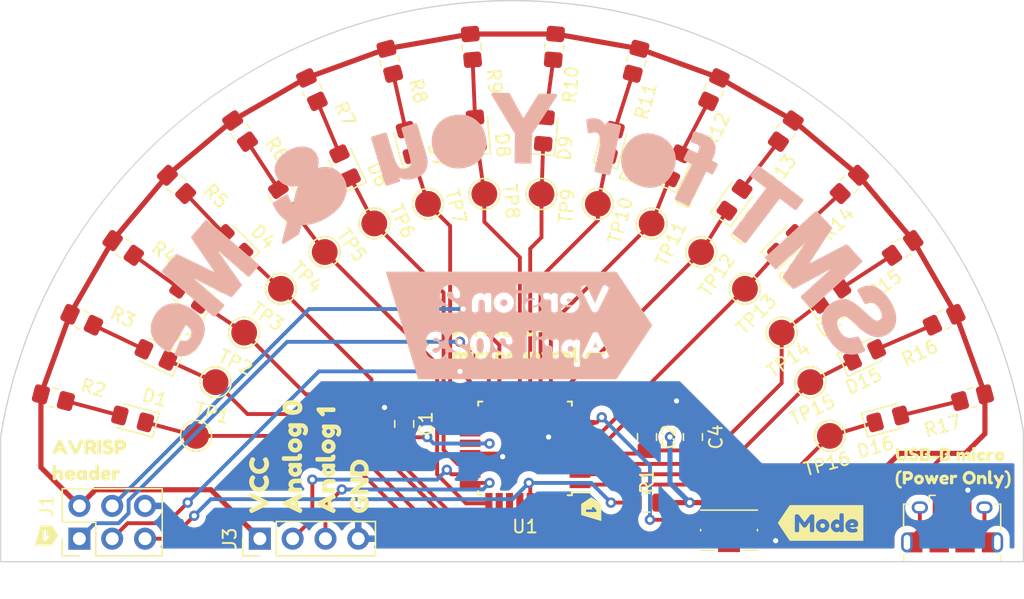
<source format=kicad_pcb>
(kicad_pcb (version 20211014) (generator pcbnew)
  (layers (0 "F.Cu" signal) (31 "B.Cu" signal) (34 "B.Paste" user) (35 "F.Paste" user) (36 "B.SilkS" user "B.Silkscreen") (37 "F.SilkS" user "F.Silkscreen") (38 "B.Mask" user) (39 "F.Mask" user) (44 "Edge.Cuts" user))
  (net 0 "")
  (net 1 "GND")
  (net 2 "Net-(C1-Pad2)")
  (net 3 "VCC")
  (net 4 "/LED1")
  (net 5 "Net-(D1-Pad2)")
  (net 6 "/LED0")
  (net 7 "Net-(D2-Pad2)")
  (net 8 "/LED2")
  (net 9 "Net-(D3-Pad2)")
  (net 10 "/LED3")
  (net 11 "Net-(D4-Pad2)")
  (net 12 "/LED4")
  (net 13 "Net-(D5-Pad2)")
  (net 14 "/LED5")
  (net 15 "Net-(D6-Pad2)")
  (net 16 "/LED6")
  (net 17 "Net-(D7-Pad2)")
  (net 18 "/LED7")
  (net 19 "Net-(D8-Pad2)")
  (net 20 "/LED8")
  (net 21 "Net-(D9-Pad2)")
  (net 22 "/LED9")
  (net 23 "Net-(D10-Pad2)")
  (net 24 "/LED10")
  (net 25 "Net-(D11-Pad2)")
  (net 26 "/LED11")
  (net 27 "Net-(D12-Pad2)")
  (net 28 "/LED12")
  (net 29 "Net-(D13-Pad2)")
  (net 30 "/LED13")
  (net 31 "Net-(D14-Pad2)")
  (net 32 "/LED14")
  (net 33 "Net-(D15-Pad2)")
  (net 34 "/LED15")
  (net 35 "Net-(D16-Pad2)")
  (net 36 "/SDI")
  (net 37 "/SCK")
  (net 38 "/SDO")
  (net 39 "/RESET")
  (net 43 "unconnected-(J2-Pad6)")
  (net 44 "/ADC0")
  (net 45 "/ADC1")
  (net 47 "/RX")
  (net 48 "/TX")
  (net 49 "Net-(U1-Pad7)")
  (footprint "LED_SMD:LED_0805_2012Metric_Pad1.15x1.40mm_HandSolder" (layer "F.Cu") (at 113.152901 80.069027 105)
    (fp_text reference "D7")
    (fp_text value "LED")
  )
  (footprint "kibuzzard-64037CBD" (layer "F.Cu") (at 127.254 108.458 -90)
    (fp_text reference "kibuzzard-64037CBD" hide)
    (fp_text value "G***" hide)
  )
  (footprint "LED_SMD:LED_0805_2012Metric_Pad1.15x1.40mm_HandSolder" (layer "F.Cu") (at 128.819735 80.069026 75)
    (fp_text reference "D10")
    (fp_text value "LED")
  )
  (footprint "Resistor_SMD:R_0805_2012Metric_Pad1.20x1.40mm_HandSolder" (layer "F.Cu") (at 91.023655 88.234305 -35)
    (fp_text reference "R4")
    (fp_text value "R")
  )
  (footprint "kibuzzard-64037C19" (layer "F.Cu") (at 122.428 95.504)
    (fp_text reference "kibuzzard-64037C19" hide)
    (fp_text value "G***" hide)
  )
  (footprint "TestPoint:TestPoint_Pad_D2.0mm" (layer "F.Cu") (at 144.213243 98.624621 -65)
    (fp_text reference "TP15")
    (fp_text value "TestPoint")
  )
  (footprint "Connector_PinHeader_2.54mm:PinHeader_2x03_P2.54mm_Vertical" (layer "F.Cu") (at 87.63 110.744 90)
    (fp_text reference "J1")
    (fp_text value "AVR-ISP-6")
  )
  (footprint "kibuzzard-64037C58" (layer "F.Cu") (at 88.392 104.648)
    (fp_text reference "kibuzzard-64037C58" hide)
    (fp_text value "G***" hide)
  )
  (footprint "LED_SMD:LED_0805_2012Metric_Pad1.15x1.40mm_HandSolder" (layer "F.Cu") (at 142.387612 87.902444 45)
    (fp_text reference "D13")
    (fp_text value "LED")
  )
  (footprint "LED_SMD:LED_0805_2012Metric_Pad1.15x1.40mm_HandSolder" (layer "F.Cu") (at 123.624173 79.152909 85)
    (fp_text reference "D9")
    (fp_text value "LED")
  )
  (footprint "Resistor_SMD:R_0805_2012Metric_Pad1.20x1.40mm_HandSolder" (layer "F.Cu") (at 151.362395 88.234305 -145)
    (fp_text reference "R15")
    (fp_text value "R")
  )
  (footprint "TestPoint:TestPoint_Pad_D2.0mm" (layer "F.Cu") (at 114.619022 84.824609 15)
    (fp_text reference "TP7")
    (fp_text value "TestPoint")
  )
  (footprint "TestPoint:TestPoint_Pad_D2.0mm" (layer "F.Cu") (at 123.406781 84.05578 -5)
    (fp_text reference "TP9")
    (fp_text value "TestPoint")
  )
  (footprint "Resistor_SMD:R_0805_2012Metric_Pad1.20x1.40mm_HandSolder" (layer "F.Cu") (at 95.150283 83.316382 -45)
    (fp_text reference "R5")
    (fp_text value "R")
  )
  (footprint "Resistor_SMD:R_0805_2012Metric_Pad1.20x1.40mm_HandSolder" (layer "F.Cu") (at 105.627995 75.97981 -65)
    (fp_text reference "R7")
    (fp_text value "R")
  )
  (footprint "kibuzzard-6403760C" (layer "F.Cu") (at 105.41 104.394 90)
    (fp_text reference "kibuzzard-6403760C" hide)
    (fp_text value "G***" hide)
  )
  (footprint "LED_SMD:LED_0805_2012Metric_Pad1.15x1.40mm_HandSolder" (layer "F.Cu") (at 96.193862 91.943874 145)
    (fp_text reference "D3")
    (fp_text value "LED")
  )
  (footprint "TestPoint:TestPoint_Pad_D2.0mm" (layer "F.Cu") (at 96.65851 102.785121 75)
    (fp_text reference "TP1")
    (fp_text value "TestPoint")
  )
  (footprint "Resistor_SMD:R_0805_2012Metric_Pad1.20x1.40mm_HandSolder" (layer "F.Cu") (at 147.235769 83.316383 -135)
    (fp_text reference "R14")
    (fp_text value "R")
  )
  (footprint "TestPoint:TestPoint_Pad_D2.0mm" (layer "F.Cu") (at 103.232513 91.398612 45)
    (fp_text reference "TP4")
    (fp_text value "TestPoint")
  )
  (footprint "Resistor_SMD:R_0805_2012Metric_Pad1.20x1.40mm_HandSolder" (layer "F.Cu") (at 154.572341 93.794095 -155)
    (fp_text reference "R16")
    (fp_text value "R")
  )
  (footprint "Resistor_SMD:R_0805_2012Metric_Pad1.20x1.40mm_HandSolder" (layer "F.Cu") (at 87.81371 93.794094 -25)
    (fp_text reference "R3")
    (fp_text value "R")
  )
  (footprint "Resistor_SMD:R_0805_2012Metric_Pad1.20x1.40mm_HandSolder" (layer "F.Cu") (at 156.768074 99.826819 -165)
    (fp_text reference "R17")
    (fp_text value "R")
  )
  (footprint "Connector_USB:USB_Micro-B_Amphenol_10118194_Horizontal" (layer "F.Cu") (at 155.194 109.728)
    (fp_text reference "J2" hide)
    (fp_text value "USB_B_Micro")
  )
  (footprint "LED_SMD:LED_0805_2012Metric_Pad1.15x1.40mm_HandSolder" (layer "F.Cu") (at 138.346182 84.511282 55)
    (fp_text reference "D12")
    (fp_text value "LED")
  )
  (footprint "TestPoint:TestPoint_Pad_D2.0mm" (layer "F.Cu") (at 100.386564 94.790284 55)
    (fp_text reference "TP3")
    (fp_text value "TestPoint")
  )
  (footprint "Capacitor_SMD:C_0805_2012Metric_Pad1.18x1.45mm_HandSolder" (layer "F.Cu") (at 135.128 102.87 90)
    (fp_text reference "C4")
    (fp_text value "4.7uF")
  )
  (footprint "Capacitor_SMD:C_0805_2012Metric_Pad1.18x1.45mm_HandSolder" (layer "F.Cu") (at 131.572 102.87 -90)
    (fp_text reference "C2")
    (fp_text value "100nF")
  )
  (footprint "TestPoint:TestPoint_Pad_D2.0mm" (layer "F.Cu") (at 141.999488 94.790284 -55)
    (fp_text reference "TP14")
    (fp_text value "TestPoint")
  )
  (footprint "TestPoint:TestPoint_Pad_D2.0mm" (layer "F.Cu") (at 118.97927 84.05578 5)
    (fp_text reference "TP8")
    (fp_text value "TestPoint")
  )
  (footprint "Capacitor_SMD:C_0805_2012Metric_Pad1.18x1.45mm_HandSolder" (layer "F.Cu") (at 112.776 101.854 -90)
    (fp_text reference "C1")
    (fp_text value "100nF")
  )
  (footprint "LED_SMD:LED_0805_2012Metric_Pad1.15x1.40mm_HandSolder" (layer "F.Cu") (at 150.221028 101.47032 15)
    (fp_text reference "D16")
    (fp_text value "LED")
  )
  (footprint "LED_SMD:LED_0805_2012Metric_Pad1.15x1.40mm_HandSolder" (layer "F.Cu") (at 118.348462 79.152909 95)
    (fp_text reference "D8")
    (fp_text value "LED")
  )
  (footprint "Connector_PinHeader_2.54mm:PinHeader_1x04_P2.54mm_Vertical" (layer "F.Cu") (at 101.6 110.744 90)
    (fp_text reference "J3")
    (fp_text value "Conn_01x04")
  )
  (footprint "TestPoint:TestPoint_Pad_D2.0mm" (layer "F.Cu") (at 139.153538 91.398613 -45)
    (fp_text reference "TP13")
    (fp_text value "TestPoint")
  )
  (footprint "kibuzzard-641A1732" (layer "F.Cu") (at 145.0086 109.5248)
    (fp_text reference "kibuzzard-641A1732" hide)
    (fp_text value "G***" hide)
  )
  (footprint "Resistor_SMD:R_0805_2012Metric_Pad1.20x1.40mm_HandSolder" (layer "F.Cu") (at 100.068206 79.189756 -55)
    (fp_text reference "R6")
    (fp_text value "R")
  )
  (footprint "LED_SMD:LED_0805_2012Metric_Pad1.15x1.40mm_HandSolder" (layer "F.Cu") (at 145.778773 91.943873 35)
    (fp_text reference "D14")
    (fp_text value "LED")
  )
  (footprint "TestPoint:TestPoint_Pad_D2.0mm" (layer "F.Cu") (at 131.927529 86.338908 -25)
    (fp_text reference "TP11")
    (fp_text value "TestPoint")
  )
  (footprint "LED_SMD:LED_0805_2012Metric_Pad1.15x1.40mm_HandSolder" (layer "F.Cu") (at 108.195353 81.873426 115)
    (fp_text reference "D6")
    (fp_text value "LED")
  )
  (footprint "Resistor_SMD:R_0805_2012Metric_Pad1.20x1.40mm_HandSolder" (layer "F.Cu") (at 117.98308 72.669274 -85)
    (fp_text reference "R9")
    (fp_text value "R")
  )
  (footprint "TestPoint:TestPoint_Pad_D2.0mm" (layer "F.Cu") (at 127.76703 84.824609 -15)
    (fp_text reference "TP10")
    (fp_text value "TestPoint")
  )
  (footprint "kibuzzard-64037C81" (layer "F.Cu") (at 155.2702 105.2576)
    (fp_text reference "kibuzzard-64037C81" hide)
    (fp_text value "G***" hide)
  )
  (footprint "Resistor_SMD:R_0805_2012Metric_Pad1.20x1.40mm_HandSolder" (layer "F.Cu") (at 124.402971 72.669274 -95)
    (fp_text reference "R10")
    (fp_text value "R")
  )
  (footprint "TestPoint:TestPoint_Pad_D2.0mm" (layer "F.Cu") (at 98.172808 98.624622 65)
    (fp_text reference "TP2")
    (fp_text value "TestPoint")
  )
  (footprint "Resistor_SMD:R_0805_2012Metric_Pad1.20x1.40mm_HandSolder" (layer "F.Cu") (at 136.758056 75.979809 -115)
    (fp_text reference "R12")
    (fp_text value "R")
  )
  (footprint "Button_Switch_SMD:SW_Push_1P1T-SH_NO_CK_KMR2xxG" (layer "F.Cu") (at 137.922 110.081 180)
    (fp_text reference "SW1" hide)
    (fp_text value "SW_Push" hide)
  )
  (footprint "LED_SMD:LED_0805_2012Metric_Pad1.15x1.40mm_HandSolder" (layer "F.Cu") (at 103.626452 84.511282 125)
    (fp_text reference "D5")
    (fp_text value "LED")
  )
  (footprint "Resistor_SMD:R_0805_2012Metric_Pad1.20x1.40mm_HandSolder" (layer "F.Cu") (at 142.317845 79.189755 -125)
    (fp_text reference "R13")
    (fp_text value "R")
  )
  (footprint "Package_QFP:TQFP-32_7x7mm_P0.8mm" (layer "F.Cu") (at 122.130339 103.754561 180)
    (fp_text reference "U1")
    (fp_text value "ATmega48PB-A")
  )
  (footprint "Resistor_SMD:R_0805_2012Metric_Pad1.20x1.40mm_HandSolder" (layer "F.Cu") (at 130.725332 73.784077 -105)
    (fp_text reference "R11")
    (fp_text value "R")
  )
  (footprint "LED_SMD:LED_0805_2012Metric_Pad1.15x1.40mm_HandSolder" (layer "F.Cu") (at 93.556006 96.512774 155)
    (fp_text reference "D2")
    (fp_text value "LED")
  )
  (footprint "LED_SMD:LED_0805_2012Metric_Pad1.15x1.40mm_HandSolder" (layer "F.Cu") (at 148.416629 96.512774 25)
    (fp_text reference "D15")
    (fp_text value "LED")
  )
  (footprint "Resistor_SMD:R_0805_2012Metric_Pad1.20x1.40mm_HandSolder" (layer "F.Cu") (at 131.572 107.95)
    (fp_text reference "R1")
    (fp_text value "4.8K")
  )
  (footprint "LED_SMD:LED_0805_2012Metric_Pad1.15x1.40mm_HandSolder" (layer "F.Cu") (at 91.751607 101.47032 165)
    (fp_text reference "D1")
    (fp_text value "LED")
  )
  (footprint "TestPoint:TestPoint_Pad_D2.0mm" (layer "F.Cu") (at 135.761867 88.552663 -35)
    (fp_text reference "TP12")
    (fp_text value "TestPoint")
  )
  (footprint "LED_SMD:LED_0805_2012Metric_Pad1.15x1.40mm_HandSolder" (layer "F.Cu") (at 133.777281 81.873426 65)
    (fp_text reference "D11")
    (fp_text value "LED")
  )
  (footprint "Resistor_SMD:R_0805_2012Metric_Pad1.20x1.40mm_HandSolder" (layer "F.Cu") (at 85.617978 99.826819 -15)
    (fp_text reference "R2")
    (fp_text value "R")
  )
  (footprint "LED_SMD:LED_0805_2012Metric_Pad1.15x1.40mm_HandSolder" (layer "F.Cu") (at 99.585024 87.902444 135)
    (fp_text reference "D4")
    (fp_text value "LED")
  )
  (footprint "TestPoint:TestPoint_Pad_D2.0mm" (layer "F.Cu") (at 145.727542 102.785121 -75)
    (fp_text reference "TP16")
    (fp_text value "TestPoint")
  )
  (footprint "TestPoint:TestPoint_Pad_D2.0mm" (layer "F.Cu") (at 110.458521 86.338908 25)
    (fp_text reference "TP6")
    (fp_text value "TestPoint")
  )
  (footprint "TestPoint:TestPoint_Pad_D2.0mm" (layer "F.Cu") (at 106.624184 88.552663 35)
    (fp_text reference "TP5")
    (fp_text value "TestPoint")
  )
  (footprint "kibuzzard-64037CBD" (layer "F.Cu") (at 85.09 110.49 180)
    (fp_text reference "kibuzzard-64037CBD" hide)
    (fp_text value "G***" hide)
  )
  (footprint "Resistor_SMD:R_0805_2012Metric_Pad1.20x1.40mm_HandSolder" (layer "F.Cu") (at 111.66072 73.784077 -75)
    (fp_text reference "R8")
    (fp_text value "R")
  )
  (footprint "kibuzzard-6419EFEB" (layer "B.Cu") (at 121.666 94.234 180)
    (fp_text reference "kibuzzard-6419EFEB" hide)
    (fp_text value "G***" hide)
  )
  (gr_poly (pts (xy 139.17451 87.72162) (xy 141.821292 84.233888) (xy 143.066371 85.178758) (xy 143.550197 84.541231) (xy 140.219966 82.013971) (xy 139.736156 82.651506) (xy 140.973735 83.590685) (xy 138.326945 87.078417) (xy 139.17451 87.72162)) (layer "B.SilkS") (width 0.264582) (fill solid))
  (gr_poly (pts (xy 133.555705 82.072122) (xy 133.585925 81.981332) (xy 133.611627 81.890723) (xy 133.632811 81.800297) (xy 133.649478 81.710052) (xy 133.661627 81.61999) (xy 133.669259 81.53011) (xy 133.672373 81.440412) (xy 133.67097 81.350896) (xy 133.665049 81.261562) (xy 133.654611 81.172409) (xy 133.639655 81.083439) (xy 133.620181 80.99465) (xy 133.59619 80.906043) (xy 133.567681 80.817618) (xy 133.534655 80.729375) (xy 133.497111 80.641313) (xy 133.455679 80.553861) (xy 133.410199 80.469648) (xy 133.360671 80.388675) (xy 133.307094 80.310941) (xy 133.249468 80.236448) (xy 133.187795 80.165194) (xy 133.122073 80.097179) (xy 133.052302 80.032405) (xy 132.978484 79.97087) (xy 132.900617 79.912575) (xy 132.818701 79.85752) (xy 132.732738 79.805706) (xy 132.642726 79.757131) (xy 132.548665 79.711796) (xy 132.450556 79.669701) (xy 132.348399 79.630846) (xy 132.243694 79.595729) (xy 132.14016 79.56564) (xy 132.037799 79.540578) (xy 131.936609 79.520545) (xy 131.836591 79.505539) (xy 131.737745 79.495561) (xy 131.64007 79.490611) (xy 131.543568 79.490689) (xy 131.448237 79.495795) (xy 131.354077 79.505928) (xy 131.26109 79.521089) (xy 131.169273 79.541278) (xy 131.078629 79.566495) (xy 130.989156 79.59674) (xy 130.900854 79.632012) (xy 130.813724 79.672312) (xy 130.728093 79.715413) (xy 130.645713 79.762098) (xy 130.566583 79.812366) (xy 130.490703 79.866216) (xy 130.418073 79.92365) (xy 130.348693 79.984666) (xy 130.282564 80.049266) (xy 130.219685 80.117449) (xy 130.160056 80.189214) (xy 130.103677 80.264563) (xy 130.050548 80.343495) (xy 130.00067 80.42601) (xy 129.954042 80.512108) (xy 129.910664 80.60179) (xy 129.870536 80.695055) (xy 129.833659 80.791902) (xy 129.801157 80.889184) (xy 129.773366 80.985961) (xy 129.750286 81.082234) (xy 129.731917 81.178003) (xy 129.718259 81.273267) (xy 129.709311 81.368028) (xy 129.705074 81.462285) (xy 129.705548 81.556038) (xy 129.710733 81.649287) (xy 129.720629 81.742033) (xy 129.735236 81.834275) (xy 129.754553 81.926013) (xy 129.778582 82.017249) (xy 129.807321 82.107981) (xy 129.840771 82.198209) (xy 129.878932 82.287935) (xy 129.920364 82.37539) (xy 129.965844 82.459605) (xy 130.015373 82.540581) (xy 130.06895 82.618316) (xy 130.126575 82.692811) (xy 130.188249 82.764066) (xy 130.253971 82.832081) (xy 130.323742 82.896855) (xy 130.397561 82.95839) (xy 130.475429 83.016684) (xy 130.557345 83.071738) (xy 130.643309 83.123552) (xy 130.733322 83.172125) (xy 130.827383 83.217458) (xy 130.925493 83.259551) (xy 131.027652 83.298403) (xy 131.13443 83.334379) (xy 131.239754 83.365461) (xy 131.343625 83.391649) (xy 131.446043 83.412942) (xy 131.547007 83.429341) (xy 131.646518 83.440846) (xy 131.744575 83.447456) (xy 131.841179 83.449172) (xy 131.936329 83.445993) (xy 132.030025 83.43792) (xy 132.122268 83.424953) (xy 132.213056 83.407091) (xy 132.302391 83.384335) (xy 132.390272 83.356684) (xy 132.476699 83.324139) (xy 132.561671 83.286699) (xy 132.644537 83.244563) (xy 132.724638 83.197924) (xy 132.801973 83.146782) (xy 132.876543 83.091135) (xy 132.948348 83.030986) (xy 133.017387 82.966333) (xy 133.083662 82.897177) (xy 133.147171 82.823518) (xy 133.207915 82.745355) (xy 133.265894 82.662689) (xy 133.321109 82.575519) (xy 133.373558 82.483846) (xy 133.423242 82.38767) (xy 133.470161 82.286991) (xy 133.514316 82.181808) (xy 133.555705 82.072122)) (layer "B.SilkS") (width 0.264582) (fill solid))
  (gr_poly (pts (xy 144.279033 92.761461) (xy 148.104625 89.27099) (xy 147.025752 88.088541) (xy 143.748599 89.791269) (xy 145.756496 86.697412) (xy 144.677623 85.514963) (xy 140.852031 89.005434) (xy 141.518397 89.735781) (xy 144.551051 86.968782) (xy 142.210139 90.493936) (xy 142.920924 91.272966) (xy 146.645328 89.264147) (xy 143.612674 92.03113) (xy 144.279033 92.761461)) (layer "B.SilkS") (width 0.264582) (fill solid))
  (gr_poly (pts (xy 148.329059 96.142351) (xy 147.878482 95.214426) (xy 147.759711 95.256429) (xy 147.644498 95.289065) (xy 147.532842 95.312334) (xy 147.424744 95.326237) (xy 147.372028 95.329676) (xy 147.320202 95.330773) (xy 147.269266 95.329529) (xy 147.219218 95.325943) (xy 147.17006 95.320015) (xy 147.121791 95.311745) (xy 147.074412 95.301134) (xy 147.027922 95.288181) (xy 146.982321 95.272887) (xy 146.937609 95.25525) (xy 146.893787 95.235272) (xy 146.850854 95.212952) (xy 146.808811 95.188291) (xy 146.767656 95.161288) (xy 146.727391 95.131943) (xy 146.688016 95.100256) (xy 146.649529 95.066228) (xy 146.611932 95.029858) (xy 146.539406 94.950092) (xy 146.470437 94.86096) (xy 146.405025 94.762461) (xy 146.342355 94.655096) (xy 146.289028 94.55139) (xy 146.245043 94.451342) (xy 146.210402 94.354952) (xy 146.185104 94.262221) (xy 146.175958 94.217227) (xy 146.169148 94.173148) (xy 146.164674 94.129983) (xy 146.162535 94.087733) (xy 146.162732 94.046397) (xy 146.165265 94.005977) (xy 146.170134 93.96647) (xy 146.177338 93.927878) (xy 146.186878 93.890201) (xy 146.198754 93.853438) (xy 146.212965 93.81759) (xy 146.229512 93.782657) (xy 146.248395 93.748638) (xy 146.269614 93.715533) (xy 146.293168 93.683343) (xy 146.319058 93.652068) (xy 146.347284 93.621707) (xy 146.377845 93.592261) (xy 146.410742 93.563729) (xy 146.445975 93.536112) (xy 146.483544 93.50941) (xy 146.523448 93.483621) (xy 146.557398 93.463763) (xy 146.591123 93.446203) (xy 146.624623 93.430943) (xy 146.657899 93.417982) (xy 146.690951 93.407321) (xy 146.723778 93.398959) (xy 146.756381 93.392896) (xy 146.788759 93.389132) (xy 146.820913 93.387668) (xy 146.852843 93.388503) (xy 146.884549 93.391637) (xy 146.91603 93.397071) (xy 146.947287 93.404804) (xy 146.97832 93.414836) (xy 147.009129 93.427167) (xy 147.039714 93.441797) (xy 147.0718 93.459561) (xy 147.107115 93.481296) (xy 147.145656 93.507005) (xy 147.187426 93.536686) (xy 147.232423 93.57034) (xy 147.280648 93.607966) (xy 147.3321 93.649565) (xy 147.386781 93.695137) (xy 147.505825 93.798198) (xy 147.63778 93.917151) (xy 147.782647 94.051995) (xy 147.940425 94.20273) (xy 148.092787 94.34587) (xy 148.24301 94.475033) (xy 148.391094 94.590217) (xy 148.53704 94.691424) (xy 148.680847 94.778653) (xy 148.822515 94.851903) (xy 148.962045 94.911176) (xy 149.031008 94.93557) (xy 149.099436 94.95647) (xy 149.167329 94.973876) (xy 149.234688 94.987787) (xy 149.301512 94.998203) (xy 149.367802 95.005125) (xy 149.433557 95.008553) (xy 149.498777 95.008486) (xy 149.563462 95.004924) (xy 149.627613 94.997868) (xy 149.691229 94.987317) (xy 149.75431 94.973272) (xy 149.816857 94.955732) (xy 149.878869 94.934698) (xy 149.940346 94.910169) (xy 150.001289 94.882145) (xy 150.061697 94.850627) (xy 150.12157 94.815615) (xy 150.190631 94.770645) (xy 150.255566 94.723469) (xy 150.316373 94.674084) (xy 150.373053 94.622491) (xy 150.425606 94.568691) (xy 150.474032 94.512682) (xy 150.518331 94.454466) (xy 150.558502 94.394042) (xy 150.57704 94.363002) (xy 150.594546 94.33141) (xy 150.611021 94.299266) (xy 150.626463 94.26657) (xy 150.654253 94.199522) (xy 150.677915 94.130266) (xy 150.697449 94.058802) (xy 150.712856 93.985131) (xy 150.724136 93.909251) (xy 150.731288 93.831163) (xy 150.735377 93.750904) (xy 150.735454 93.669747) (xy 150.731522 93.587692) (xy 150.723578 93.504741) (xy 150.711624 93.420892) (xy 150.695659 93.336146) (xy 150.675683 93.250503) (xy 150.651697 93.163962) (xy 150.623701 93.076525) (xy 150.591694 92.98819) (xy 150.555676 92.898958) (xy 150.515648 92.808829) (xy 150.47161 92.717802) (xy 150.423561 92.625879) (xy 150.371502 92.533058) (xy 150.315433 92.43934) (xy 150.25091 92.337503) (xy 150.185849 92.240363) (xy 150.12025 92.147919) (xy 150.054111 92.060173) (xy 149.987434 91.977123) (xy 149.920218 91.89877) (xy 149.852463 91.825113) (xy 149.784169 91.756154) (xy 149.715337 91.691891) (xy 149.645965 91.632325) (xy 149.576055 91.577456) (xy 149.505606 91.527283) (xy 149.434619 91.481807) (xy 149.363092 91.441028) (xy 149.291027 91.404946) (xy 149.218423 91.373561) (xy 149.14528 91.346872) (xy 149.071598 91.32488) (xy 148.997378 91.307585) (xy 148.922619 91.294986) (xy 148.84732 91.287085) (xy 148.771483 91.28388) (xy 148.695108 91.285371) (xy 148.618193 91.29156) (xy 148.54074 91.302445) (xy 148.462747 91.318027) (xy 148.384216 91.338306) (xy 148.305146 91.363281) (xy 148.225537 91.392953) (xy 148.14539 91.427321) (xy 148.064703 91.466387) (xy 147.983478 91.510149) (xy 148.506847 92.448488) (xy 148.594353 92.41444) (xy 148.63732 92.400396) (xy 148.679762 92.38834) (xy 148.72168 92.378271) (xy 148.763073 92.37019) (xy 148.803942 92.364095) (xy 148.844287 92.359988) (xy 148.884106 92.357868) (xy 148.923402 92.357735) (xy 148.962173 92.35959) (xy 149.000419 92.363432) (xy 149.038141 92.369261) (xy 149.075338 92.377077) (xy 149.112011 92.38688) (xy 149.148159 92.398671) (xy 149.183783 92.412449) (xy 149.218882 92.428214) (xy 149.253457 92.445966) (xy 149.287507 92.465706) (xy 149.321032 92.487433) (xy 149.354033 92.511147) (xy 149.38651 92.536848) (xy 149.418462 92.564537) (xy 149.449889 92.594212) (xy 149.480792 92.625875) (xy 149.541024 92.695163) (xy 149.599157 92.772399) (xy 149.655192 92.857584) (xy 149.710172 92.950937) (xy 149.757727 93.040659) (xy 149.797857 93.12675) (xy 149.830562 93.209209) (xy 149.855842 93.288038) (xy 149.873696 93.363234) (xy 149.884126 93.4348) (xy 149.886557 93.469221) (xy 149.887131 93.502734) (xy 149.885849 93.535339) (xy 149.882711 93.567037) (xy 149.877716 93.597827) (xy 149.870865 93.627709) (xy 149.862158 93.656683) (xy 149.851595 93.684749) (xy 149.839176 93.711908) (xy 149.8249 93.738158) (xy 149.808768 93.763501) (xy 149.79078 93.787936) (xy 149.770936 93.811464) (xy 149.749235 93.834083) (xy 149.725678 93.855795) (xy 149.700265 93.876599) (xy 149.672996 93.896495) (xy 149.64387 93.915483) (xy 149.621662 93.928446) (xy 149.599109 93.940151) (xy 149.576213 93.950599) (xy 149.552973 93.959789) (xy 149.52939 93.967722) (xy 149.505463 93.974398) (xy 149.481192 93.979816) (xy 149.456578 93.983977) (xy 149.431621 93.986881) (xy 149.40632 93.988527) (xy 149.380675 93.988916) (xy 149.354688 93.988048) (xy 149.328356 93.985922) (xy 149.301682 93.982539) (xy 149.274664 93.977899) (xy 149.247302 93.972002) (xy 149.217662 93.962411) (xy 149.185045 93.948692) (xy 149.149451 93.930846) (xy 149.110879 93.908872) (xy 149.069329 93.882772) (xy 149.024802 93.852543) (xy 148.977298 93.818188) (xy 148.926816 93.779705) (xy 148.873357 93.737095) (xy 148.81692 93.690358) (xy 148.757506 93.639493) (xy 148.695115 93.584502) (xy 148.629746 93.525384) (xy 148.561399 93.462138) (xy 148.490076 93.394766) (xy 148.415774 93.323267) (xy 148.292936 93.207464) (xy 148.174008 93.098843) (xy 148.058989 92.997403) (xy 147.947882 92.903144) (xy 147.840684 92.816067) (xy 147.737396 92.736172) (xy 147.638019 92.663458) (xy 147.542552 92.597925) (xy 147.450995 92.539574) (xy 147.363349 92.488404) (xy 147.279613 92.444416) (xy 147.199787 92.40761) (xy 147.123872 92.377985) (xy 147.051867 92.355542) (xy 146.983773 92.340281) (xy 146.919589 92.332201) (xy 146.857549 92.328932) (xy 146.795892 92.328103) (xy 146.734618 92.329713) (xy 146.673726 92.333763) (xy 146.613218 92.340254) (xy 146.553092 92.349184) (xy 146.493348 92.360554) (xy 146.433988 92.374365) (xy 146.375009 92.390615) (xy 146.316414 92.409306) (xy 146.2582 92.430437) (xy 146.200369 92.454007) (xy 146.14292 92.480019) (xy 146.085853 92.50847) (xy 146.029168 92.539362) (xy 145.972865 92.572695) (xy 145.890614 92.625829) (xy 145.81316 92.680823) (xy 145.740505 92.737676) (xy 145.672647 92.796388) (xy 145.609588 92.856959) (xy 145.551327 92.919389) (xy 145.497863 92.983678) (xy 145.449198 93.049827) (xy 145.405331 93.117834) (xy 145.366261 93.187701) (xy 145.33199 93.259427) (xy 145.302517 93.333012) (xy 145.277842 93.408456) (xy 145.257964 93.485759) (xy 145.242885 93.564922) (xy 145.232604 93.645944) (xy 145.227121 93.728824) (xy 145.226436 93.813565) (xy 145.230549 93.900164) (xy 145.23946 93.988622) (xy 145.253169 94.07894) (xy 145.271676 94.171117) (xy 145.294981 94.265153) (xy 145.323084 94.361049) (xy 145.355985 94.458804) (xy 145.393684 94.558418) (xy 145.436181 94.659891) (xy 145.483476 94.763223) (xy 145.53557 94.868415) (xy 145.592461 94.975466) (xy 145.65415 95.084377) (xy 145.720637 95.195146) (xy 145.785729 95.297484) (xy 145.85188 95.395129) (xy 145.91909 95.48808) (xy 145.987359 95.576337) (xy 146.056688 95.659901) (xy 146.127076 95.738771) (xy 146.198523 95.812948) (xy 146.271029 95.882431) (xy 146.344595 95.947221) (xy 146.41922 96.007317) (xy 146.494904 96.06272) (xy 146.571648 96.113429) (xy 146.649451 96.159444) (xy 146.728313 96.200766) (xy 146.808234 96.237394) (xy 146.889215 96.269329) (xy 146.971254 96.29657) (xy 147.054353 96.319118) (xy 147.138512 96.336972) (xy 147.223729 96.350132) (xy 147.310006 96.358599) (xy 147.397342 96.362373) (xy 147.485737 96.361453) (xy 147.575192 96.355839) (xy 147.665706 96.345532) (xy 147.757278 96.330531) (xy 147.849911 96.310837) (xy 147.943602 96.286449) (xy 148.038353 96.257368) (xy 148.134162 96.223593) (xy 148.231031 96.185124) (xy 148.32896 96.141962) (xy 148.328974 96.142011) (xy 148.328987 96.142059) (xy 148.329012 96.142156) (xy 148.329036 96.142254) (xy 148.329059 96.142351)) (layer "B.SilkS") (width 0.264582) (fill solid))
  (gr_poly (pts (xy 103.436717 87.781107) (xy 104.519832 87.097986) (xy 104.767131 86.307512) (xy 104.822141 86.313996) (xy 104.877823 86.318926) (xy 104.934177 86.322302) (xy 104.991203 86.324123) (xy 105.048901 86.32439) (xy 105.107272 86.323103) (xy 105.166314 86.320261) (xy 105.226028 86.315865) (xy 105.286414 86.309915) (xy 105.347472 86.302411) (xy 105.409202 86.293352) (xy 105.471603 86.282738) (xy 105.534677 86.27057) (xy 105.598423 86.256848) (xy 105.662841 86.241572) (xy 105.727931 86.224741) (xy 105.792422 86.206927) (xy 105.857055 86.187552) (xy 105.921833 86.166616) (xy 105.986753 86.144118) (xy 106.051817 86.12006) (xy 106.117024 86.094439) (xy 106.247869 86.038515) (xy 106.379286 85.976345) (xy 106.511276 85.907929) (xy 106.643838 85.833267) (xy 106.776973 85.752359) (xy 106.888107 85.680358) (xy 106.994528 85.607504) (xy 107.096235 85.533795) (xy 107.193229 85.459231) (xy 107.285509 85.383813) (xy 107.373076 85.307538) (xy 107.455929 85.230408) (xy 107.534068 85.152422) (xy 107.570526 85.113425) (xy 107.606107 85.07359) (xy 107.640811 85.032917) (xy 107.674639 84.991406) (xy 107.70759 84.949056) (xy 107.739664 84.905869) (xy 107.770862 84.861843) (xy 107.801183 84.816978) (xy 107.830627 84.771276) (xy 107.859195 84.724734) (xy 107.886885 84.677354) (xy 107.913699 84.629136) (xy 107.939637 84.580078) (xy 107.964697 84.530182) (xy 107.98888 84.479447) (xy 108.012187 84.427873) (xy 108.059453 84.321138) (xy 108.099821 84.215187) (xy 108.133291 84.110021) (xy 108.159865 84.00564) (xy 108.17954 83.902044) (xy 108.192318 83.799232) (xy 108.198198 83.697206) (xy 108.197181 83.595963) (xy 108.189266 83.495506) (xy 108.174454 83.395832) (xy 108.152744 83.296944) (xy 108.124136 83.198839) (xy 108.088631 83.101519) (xy 108.046228 83.004983) (xy 107.996928 82.909232) (xy 107.94073 82.814264) (xy 107.898549 82.750073) (xy 107.854882 82.688905) (xy 107.809731 82.63076) (xy 107.763095 82.575639) (xy 107.714974 82.523542) (xy 107.665369 82.474468) (xy 107.614279 82.428418) (xy 107.561704 82.385391) (xy 107.507644 82.345388) (xy 107.4521 82.308408) (xy 107.395071 82.274453) (xy 107.336557 82.24352) (xy 107.276559 82.215611) (xy 107.215076 82.190726) (xy 107.152109 82.168864) (xy 107.087657 82.150026) (xy 107.020403 82.133783) (xy 106.95228 82.120436) (xy 106.883287 82.109985) (xy 106.813425 82.102431) (xy 106.742694 82.097772) (xy 106.671094 82.09601) (xy 106.598624 82.097144) (xy 106.525285 82.101174) (xy 106.451077 82.108101) (xy 106.375999 82.117924) (xy 106.300053 82.130643) (xy 106.223237 82.146259) (xy 106.145552 82.164772) (xy 106.066998 82.186181) (xy 105.987575 82.210486) (xy 105.907283 82.237688) (xy 105.935102 82.125695) (xy 105.959119 82.022015) (xy 105.979333 81.926647) (xy 105.995744 81.839591) (xy 106.008352 81.760846) (xy 106.017157 81.690413) (xy 106.022158 81.628291) (xy 106.023357 81.57448) (xy 106.022997 81.535442) (xy 106.021242 81.496675) (xy 106.018093 81.458179) (xy 106.013549 81.419953) (xy 106.007611 81.381997) (xy 106.000278 81.344313) (xy 105.991551 81.306898) (xy 105.981429 81.269754) (xy 105.969913 81.232881) (xy 105.957003 81.196277) (xy 105.942698 81.159944) (xy 105.926999 81.123882) (xy 105.909905 81.088089) (xy 105.891418 81.052567) (xy 105.871536 81.017314) (xy 105.850261 80.982332) (xy 105.817691 80.933863) (xy 105.782769 80.888009) (xy 105.764427 80.866062) (xy 105.745496 80.844769) (xy 105.725977 80.824129) (xy 105.705871 80.804143) (xy 105.685176 80.78481) (xy 105.663894 80.766131) (xy 105.642023 80.748105) (xy 105.619565 80.730733) (xy 105.596519 80.714015) (xy 105.572885 80.697949) (xy 105.523852 80.66778) (xy 105.472468 80.640224) (xy 105.418733 80.615282) (xy 105.362645 80.592954) (xy 105.304206 80.573239) (xy 105.243415 80.556139) (xy 105.180272 80.541651) (xy 105.114778 80.529778) (xy 105.046931 80.520517) (xy 104.970225 80.513625) (xy 104.893137 80.510539) (xy 104.815667 80.511261) (xy 104.737815 80.51579) (xy 104.659581 80.524127) (xy 104.580965 80.53627) (xy 104.501967 80.55222) (xy 104.422587 80.571977) (xy 104.342826 80.595542) (xy 104.262682 80.622913) (xy 104.182156 80.654091) (xy 104.101249 80.689076) (xy 104.019959 80.727867) (xy 103.938288 80.770466) (xy 103.856234 80.816871) (xy 103.773799 80.867082) (xy 103.701589 80.914059) (xy 103.632292 80.962069) (xy 103.565907 81.011113) (xy 103.502434 81.061189) (xy 103.441874 81.112299) (xy 103.384226 81.164442) (xy 103.32949 81.217618) (xy 103.277667 81.271827) (xy 103.228757 81.327068) (xy 103.182758 81.383343) (xy 103.139673 81.44065) (xy 103.0995 81.498991) (xy 103.06224 81.558363) (xy 103.027893 81.618769) (xy 102.996458 81.680207) (xy 102.967937 81.742678) (xy 102.941969 81.806235) (xy 102.920188 81.869673) (xy 102.902594 81.932994) (xy 102.889187 81.996196) (xy 102.879966 82.059279) (xy 102.874933 82.122244) (xy 102.874086 82.185091) (xy 102.877425 82.247819) (xy 102.884952 82.310429) (xy 102.896665 82.37292) (xy 102.912565 82.435292) (xy 102.932652 82.497547) (xy 102.956925 82.559682) (xy 102.985385 82.6217) (xy 103.018032 82.683598) (xy 103.054866 82.745378) (xy 103.08722 82.794592) (xy 103.120868 82.841685) (xy 103.155809 82.886658) (xy 103.192043 82.929511) (xy 103.229572 82.970243) (xy 103.268393 83.008855) (xy 103.308508 83.045347) (xy 103.349917 83.079718) (xy 103.39262 83.111969) (xy 103.436615 83.142099) (xy 103.481905 83.170109) (xy 103.528487 83.195999) (xy 103.576364 83.219769) (xy 103.625534 83.241418) (xy 103.675997 83.260947) (xy 103.727754 83.278355) (xy 103.780804 83.293644) (xy 103.835148 83.306812) (xy 103.890785 83.317859) (xy 103.947716 83.326787) (xy 104.00594 83.333594) (xy 104.065458 83.338281) (xy 104.126269 83.340847) (xy 104.188374 83.341293) (xy 104.251772 83.339619) (xy 104.316464 83.335825) (xy 104.382449 83.32991) (xy 104.449727 83.321876) (xy 104.518299 83.31172) (xy 104.588165 83.299445) (xy 104.659324 83.285049) (xy 104.731776 83.268534) (xy 104.668831 83.455552) (xy 104.606772 83.652798) (xy 104.545598 83.860273) (xy 104.485309 84.077974) (xy 104.425904 84.305902) (xy 104.367382 84.544057) (xy 104.309743 84.792437) (xy 104.252986 85.051042) (xy 104.225343 85.032862) (xy 104.197701 85.013028) (xy 104.17006 84.991541) (xy 104.142419 84.968401) (xy 104.11478 84.943608) (xy 104.087141 84.917161) (xy 104.059504 84.889062) (xy 104.031867 84.859309) (xy 104.004232 84.827904) (xy 103.976597 84.794845) (xy 103.948964 84.760135) (xy 103.921332 84.723771) (xy 103.893701 84.685755) (xy 103.866072 84.646086) (xy 103.838444 84.604766) (xy 103.810817 84.561792) (xy 103.80094 84.545503) (xy 103.791386 84.528487) (xy 103.782157 84.510744) (xy 103.773251 84.492274) (xy 103.76467 84.473077) (xy 103.756412 84.453154) (xy 103.748479 84.432503) (xy 103.740869 84.411126) (xy 103.733583 84.389022) (xy 103.72662 84.366191) (xy 103.719982 84.342634) (xy 103.713667 84.31835) (xy 103.707676 84.293339) (xy 103.702009 84.267601) (xy 103.696666 84.241136) (xy 103.691646 84.213945) (xy 102.727992 84.821718) (xy 102.937236 85.224085) (xy 102.986248 85.299317) (xy 103.036597 85.371705) (xy 103.088284 85.44125) (xy 103.141309 85.507951) (xy 103.195672 85.571809) (xy 103.251372 85.632822) (xy 103.30841 85.690992) (xy 103.366786 85.746319) (xy 103.426499 85.798801) (xy 103.48755 85.84844) (xy 103.549938 85.895236) (xy 103.613663 85.939187) (xy 103.678726 85.980295) (xy 103.745126 86.01856) (xy 103.812863 86.05398) (xy 103.881938 86.086557) (xy 103.871742 86.11286) (xy 103.859195 86.149777) (xy 103.82705 86.255455) (xy 103.785502 86.403589) (xy 103.734552 86.59418) (xy 103.674199 86.827228) (xy 103.604445 87.102731) (xy 103.436732 87.781107) (xy 103.436717 87.781107)) (layer "B.SilkS") (width 0.264582) (fill solid))
  (gr_poly (pts (xy 101.384242 89.582109) (xy 97.460261 86.202616) (xy 96.415706 87.415483) (xy 98.499065 90.464838) (xy 95.186793 88.842378) (xy 94.142207 90.055231) (xy 98.066173 93.434725) (xy 98.711345 92.685602) (xy 95.600719 90.006586) (xy 99.381099 91.907946) (xy 100.069301 91.108873) (xy 97.628413 87.652178) (xy 100.739055 90.331217) (xy 101.384242 89.582109)) (layer "B.SilkS") (width 0.264582) (fill solid))
  (gr_poly (pts (xy 104.065822 82.230242) (xy 104.034347 82.1773) (xy 104.007729 82.125992) (xy 103.985967 82.076317) (xy 103.976907 82.052092) (xy 103.969062 82.028276) (xy 103.962431 82.004868) (xy 103.957013 81.981868) (xy 103.95281 81.959277) (xy 103.949822 81.937094) (xy 103.948047 81.915319) (xy 103.947486 81.893953) (xy 103.94814 81.872995) (xy 103.950008 81.852445) (xy 103.953089 81.832304) (xy 103.957385 81.812571) (xy 103.962896 81.793247) (xy 103.96962 81.77433) (xy 103.977558 81.755822) (xy 103.986711 81.737722) (xy 103.997078 81.720031) (xy 104.008658 81.702748) (xy 104.021454 81.685873) (xy 104.035463 81.669406) (xy 104.050686 81.653348) (xy 104.067123 81.637698) (xy 104.084775 81.622456) (xy 104.103641 81.607622) (xy 104.123721 81.593197) (xy 104.145015 81.57918) (xy 104.169903 81.564175) (xy 104.194797 81.550559) (xy 104.219698 81.538332) (xy 104.244604 81.527492) (xy 104.269516 81.518041) (xy 104.294435 81.509978) (xy 104.319359 81.503303) (xy 104.344289 81.498016) (xy 104.369225 81.494118) (xy 104.394167 81.491607) (xy 104.419115 81.490485) (xy 104.444068 81.49075) (xy 104.469028 81.492404) (xy 104.493993 81.495446) (xy 104.518964 81.499876) (xy 104.543941 81.505693) (xy 104.567795 81.513391) (xy 104.591398 81.522204) (xy 104.614748 81.532133) (xy 104.637845 81.543179) (xy 104.66069 81.555339) (xy 104.683282 81.568616) (xy 104.705621 81.583009) (xy 104.727708 81.598517) (xy 104.749542 81.615142) (xy 104.771124 81.632882) (xy 104.792452 81.651738) (xy 104.813528 81.67171) (xy 104.834352 81.692798) (xy 104.854922 81.715002) (xy 104.87524 81.738322) (xy 104.895305 81.762758) (xy 104.913692 81.794603) (xy 104.929928 81.828414) (xy 104.944012 81.86419) (xy 104.955944 81.901932) (xy 104.965724 81.941641) (xy 104.973353 81.983315) (xy 104.978829 82.026955) (xy 104.982154 82.07256) (xy 104.983327 82.120132) (xy 104.982348 82.169669) (xy 104.979217 82.221172) (xy 104.973934 82.274641) (xy 104.9665 82.330075) (xy 104.956913 82.387475) (xy 104.945175 82.446841) (xy 104.931285 82.508173) (xy 104.853559 82.517454) (xy 104.778983 82.523181) (xy 104.707559 82.525354) (xy 104.639287 82.523974) (xy 104.574165 82.51904) (xy 104.512195 82.510553) (xy 104.453376 82.498512) (xy 104.397708 82.482918) (xy 104.345192 82.46377) (xy 104.295827 82.44107) (xy 104.249614 82.414817) (xy 104.206552 82.38501) (xy 104.166642 82.351651) (xy 104.129884 82.314739) (xy 104.096277 82.274274) (xy 104.065822 82.230257) (xy 104.065822 82.230242)) (layer "B.SilkS") (width 0.264582) (fill solid))
  (gr_poly (pts (xy 127.632442 82.250093) (xy 128.615893 82.468813) (xy 129.423305 78.838281) (xy 128.504191 78.63389) (xy 128.391765 79.139398) (xy 128.361467 79.056737) (xy 128.329269 78.978551) (xy 128.295172 78.904841) (xy 128.259176 78.835607) (xy 128.22128 78.770848) (xy 128.181484 78.710565) (xy 128.139789 78.654758) (xy 128.096194 78.603427) (xy 128.0507 78.556571) (xy 128.003305 78.514192) (xy 127.954011 78.476288) (xy 127.902817 78.44286) (xy 127.849723 78.413908) (xy 127.79473 78.389431) (xy 127.737836 78.369431) (xy 127.679042 78.353906) (xy 127.635483 78.344936) (xy 127.592123 78.337441) (xy 127.548962 78.331422) (xy 127.506001 78.326879) (xy 127.46324 78.323811) (xy 127.420677 78.32222) (xy 127.378315 78.322105) (xy 127.336151 78.323466) (xy 127.294187 78.326303) (xy 127.252422 78.330616) (xy 127.210856 78.336405) (xy 127.16949 78.34367) (xy 127.128322 78.352411) (xy 127.087354 78.362628) (xy 127.046585 78.374322) (xy 127.006015 78.387491) (xy 127.113101 79.250505) (xy 127.150908 79.236725) (xy 127.187981 79.224213) (xy 127.224319 79.212969) (xy 127.259922 79.202993) (xy 127.294791 79.194284) (xy 127.328925 79.186843) (xy 127.362325 79.180671) (xy 127.394991 79.175766) (xy 127.426922 79.172129) (xy 127.458119 79.16976) (xy 127.488582 79.168659) (xy 127.518311 79.168827) (xy 127.547306 79.170262) (xy 127.575566 79.172965) (xy 127.603093 79.176937) (xy 127.629886 79.182176) (xy 127.673547 79.193394) (xy 127.694519 79.199941) (xy 127.714918 79.207115) (xy 127.734745 79.214915) (xy 127.753999 79.223342) (xy 127.772681 79.232394) (xy 127.79079 79.242073) (xy 127.808326 79.252377) (xy 127.82529 79.263308) (xy 127.841681 79.274865) (xy 127.8575 79.287049) (xy 127.872746 79.299858) (xy 127.887419 79.313294) (xy 127.90152 79.327356) (xy 127.915049 79.342044) (xy 127.928004 79.357358) (xy 127.940388 79.373299) (xy 127.952198 79.389866) (xy 127.963436 79.407059) (xy 127.974102 79.424878) (xy 127.984194 79.443324) (xy 127.993715 79.462395) (xy 128.002662 79.482094) (xy 128.011037 79.502418) (xy 128.01884 79.523369) (xy 128.032727 79.567149) (xy 128.044324 79.613435) (xy 128.05363 79.662226) (xy 128.060843 79.713828) (xy 128.065646 79.770848) (xy 128.068038 79.833285) (xy 128.068019 79.901139) (xy 128.06559 79.974411) (xy 128.060751 80.053101) (xy 128.0535 80.137208) (xy 128.04384 80.226732) (xy 128.031768 80.321674) (xy 128.017286 80.422033) (xy 127.98109 80.639002) (xy 127.935252 80.877641) (xy 127.879771 81.137949) (xy 127.632442 82.250093)) (layer "B.SilkS") (width 0.264582) (fill solid))
  (gr_poly (pts (xy 118.952724 79.659204) (xy 118.936863 79.564839) (xy 118.917098 79.472752) (xy 118.893427 79.382944) (xy 118.865851 79.295415) (xy 118.83437 79.210164) (xy 118.798983 79.127192) (xy 118.759691 79.046499) (xy 118.716493 78.968084) (xy 118.669389 78.891948) (xy 118.618381 78.81809) (xy 118.563466 78.74651) (xy 118.504647 78.677209) (xy 118.441921 78.610186) (xy 118.37529 78.545441) (xy 118.304754 78.482974) (xy 118.230311 78.422785) (xy 118.152722 78.364954) (xy 118.073074 78.311883) (xy 117.991369 78.263571) (xy 117.907605 78.220018) (xy 117.821785 78.181225) (xy 117.733906 78.147191) (xy 117.64397 78.117917) (xy 117.551976 78.093402) (xy 117.457925 78.073646) (xy 117.361816 78.05865) (xy 117.263649 78.048413) (xy 117.163425 78.042936) (xy 117.061144 78.042218) (xy 116.956805 78.046259) (xy 116.850408 78.05506) (xy 116.741954 78.068621) (xy 116.633005 78.086682) (xy 116.527448 78.108636) (xy 116.425282 78.134481) (xy 116.326508 78.164218) (xy 116.231125 78.197846) (xy 116.139134 78.235366) (xy 116.050534 78.276777) (xy 115.965325 78.32208) (xy 115.883509 78.371275) (xy 115.805083 78.424362) (xy 115.73005 78.48134) (xy 115.658408 78.542211) (xy 115.590158 78.606973) (xy 115.525299 78.675626) (xy 115.463832 78.748172) (xy 115.405757 78.82461) (xy 115.350317 78.90282) (xy 115.299428 78.982671) (xy 115.253089 79.064165) (xy 115.211302 79.1473) (xy 115.174065 79.232077) (xy 115.141379 79.318495) (xy 115.113244 79.406556) (xy 115.08966 79.496258) (xy 115.070626 79.587601) (xy 115.056144 79.680587) (xy 115.046212 79.775214) (xy 115.040831 79.871482) (xy 115.04 79.969393) (xy 115.043721 80.068945) (xy 115.051992 80.170138) (xy 115.064815 80.272974) (xy 115.081706 80.374138) (xy 115.102522 80.472649) (xy 115.127262 80.568508) (xy 115.155927 80.661714) (xy 115.188517 80.752267) (xy 115.225031 80.840167) (xy 115.265471 80.925415) (xy 115.309835 81.00801) (xy 115.358123 81.087952) (xy 115.410337 81.165241) (xy 115.466475 81.239877) (xy 115.526539 81.311861) (xy 115.590527 81.381192) (xy 115.65844 81.44787) (xy 115.730278 81.511895) (xy 115.806041 81.573267) (xy 115.883633 81.631097) (xy 115.963283 81.684169) (xy 116.044989 81.732481) (xy 116.128753 81.776033) (xy 116.214574 81.814826) (xy 116.302453 81.84886) (xy 116.392389 81.878135) (xy 116.484382 81.90265) (xy 116.578432 81.922405) (xy 116.67454 81.937402) (xy 116.772706 81.947639) (xy 116.872929 81.953116) (xy 116.97521 81.953834) (xy 117.079548 81.949792) (xy 117.185945 81.940991) (xy 117.294398 81.927431) (xy 117.405583 81.909151) (xy 117.513189 81.887231) (xy 117.617217 81.861669) (xy 117.717667 81.832467) (xy 117.814539 81.799625) (xy 117.907832 81.763141) (xy 117.997548 81.723016) (xy 118.083686 81.679251) (xy 118.166246 81.631844) (xy 118.245227 81.580796) (xy 118.320631 81.526108) (xy 118.392456 81.467778) (xy 118.460704 81.405806) (xy 118.525373 81.340194) (xy 118.586464 81.270941) (xy 118.643977 81.198046) (xy 118.697422 81.121982) (xy 118.746314 81.043237) (xy 118.790653 80.96181) (xy 118.830438 80.877701) (xy 118.865671 80.79091) (xy 118.896351 80.701438) (xy 118.922477 80.609284) (xy 118.944051 80.514448) (xy 118.961071 80.41693) (xy 118.973538 80.316731) (xy 118.981452 80.213849) (xy 118.984813 80.108286) (xy 118.983621 80.00004) (xy 118.977875 79.889113) (xy 118.967576 79.775503) (xy 118.952724 79.659212) (xy 118.952724 79.659204)) (layer "B.SilkS") (width 0.264582) (fill solid))
  (gr_poly (pts (xy 136.922099 81.777788) (xy 136.416507 81.52572) (xy 136.563541 81.230806) (xy 136.625081 81.097136) (xy 136.674225 80.96789) (xy 136.694148 80.904925) (xy 136.710972 80.843066) (xy 136.724697 80.782313) (xy 136.735323 80.722665) (xy 136.742849 80.664123) (xy 136.747276 80.606687) (xy 136.748604 80.550357) (xy 136.746833 80.495133) (xy 136.741963 80.441014) (xy 136.733993 80.388001) (xy 136.722924 80.336093) (xy 136.708756 80.285292) (xy 136.691488 80.235596) (xy 136.671121 80.187005) (xy 136.647655 80.139521) (xy 136.62109 80.093142) (xy 136.591425 80.047868) (xy 136.558661 80.003701) (xy 136.522798 79.960639) (xy 136.483835 79.918682) (xy 136.441773 79.877832) (xy 136.396612 79.838087) (xy 136.348351 79.799447) (xy 136.296991 79.761914) (xy 136.242532 79.725486) (xy 136.184973 79.690163) (xy 136.060557 79.622835) (xy 135.961349 79.575516) (xy 135.86175 79.532276) (xy 135.761763 79.493116) (xy 135.661386 79.458034) (xy 135.560619 79.427032) (xy 135.459462 79.400109) (xy 135.357914 79.377264) (xy 135.255977 79.358499) (xy 135.08826 79.969286) (xy 135.151638 79.98362) (xy 135.213307 79.999404) (xy 135.273266 80.016637) (xy 135.331516 80.035319) (xy 135.388058 80.055451) (xy 135.44289 80.077032) (xy 135.496013 80.100063) (xy 135.547427 80.124544) (xy 135.568964 80.135877) (xy 135.589333 80.147821) (xy 135.608535 80.160374) (xy 135.62657 80.173537) (xy 135.643438 80.187309) (xy 135.659139 80.201692) (xy 135.673673 80.216684) (xy 135.687039 80.232287) (xy 135.699239 80.248499) (xy 135.710271 80.265321) (xy 135.720136 80.282753) (xy 135.728834 80.300795) (xy 135.736365 80.319447) (xy 135.742729 80.338709) (xy 135.747926 80.358581) (xy 135.751955 80.379063) (xy 135.754817 80.400154) (xy 135.756513 80.421856) (xy 135.757041 80.444168) (xy 135.756402 80.46709) (xy 135.754595 80.490621) (xy 135.751622 80.514763) (xy 135.747482 80.539515) (xy 135.742174 80.564877) (xy 135.735699 80.590849) (xy 135.728057 80.617431) (xy 135.719248 80.644623) (xy 135.709272 80.672425) (xy 135.698128 80.700838) (xy 135.685818 80.72986) (xy 135.67234 80.759493) (xy 135.657695 80.789736) (xy 135.514865 81.076235) (xy 134.849162 80.744356) (xy 134.53828 81.367922) (xy 135.20399 81.6998) (xy 133.855479 84.404756) (xy 134.757136 84.854257) (xy 136.105647 82.149317) (xy 136.61124 82.401377) (xy 136.922099 81.777788)) (layer "B.SilkS") (width 0.264582) (fill solid))
  (gr_poly (pts (xy 95.502681 95.515337) (xy 95.137233 96.459444) (xy 95.271255 96.481781) (xy 95.40188 96.493872) (xy 95.529106 96.495716) (xy 95.591445 96.492796) (xy 95.652935 96.487314) (xy 95.713575 96.479271) (xy 95.773366 96.468666) (xy 95.832307 96.455499) (xy 95.890398 96.439771) (xy 95.947641 96.421481) (xy 96.004033 96.40063) (xy 96.059577 96.377217) (xy 96.11427 96.351242) (xy 96.168114 96.322706) (xy 96.221109 96.291608) (xy 96.32455 96.221727) (xy 96.424593 96.141599) (xy 96.521238 96.051225) (xy 96.614484 95.950603) (xy 96.704333 95.839736) (xy 96.790783 95.718621) (xy 96.873836 95.587259) (xy 96.934722 95.480881) (xy 96.989621 95.376072) (xy 97.038531 95.272831) (xy 97.081452 95.171159) (xy 97.118386 95.071056) (xy 97.149331 94.972522) (xy 97.174288 94.875557) (xy 97.193257 94.780161) (xy 97.206239 94.686333) (xy 97.213232 94.594075) (xy 97.214238 94.503385) (xy 97.209256 94.414265) (xy 97.198286 94.326713) (xy 97.181328 94.240731) (xy 97.158383 94.156317) (xy 97.129451 94.073473) (xy 97.094271 93.99277) (xy 97.055817 93.913969) (xy 97.014088 93.837071) (xy 96.969085 93.762074) (xy 96.920807 93.688979) (xy 96.869255 93.617786) (xy 96.814429 93.548495) (xy 96.756328 93.481107) (xy 96.694952 93.41562) (xy 96.630303 93.352036) (xy 96.562378 93.290354) (xy 96.49118 93.230574) (xy 96.416706 93.172696) (xy 96.338959 93.116721) (xy 96.257937 93.062648) (xy 96.17364 93.010477) (xy 96.080748 92.957205) (xy 95.988096 92.908273) (xy 95.895683 92.863679) (xy 95.80351 92.823424) (xy 95.711577 92.787508) (xy 95.619883 92.755931) (xy 95.528429 92.728693) (xy 95.437215 92.705794) (xy 95.346241 92.687235) (xy 95.255506 92.673014) (xy 95.165011 92.663133) (xy 95.074756 92.657592) (xy 94.984741 92.656389) (xy 94.894966 92.659526) (xy 94.805431 92.667003) (xy 94.716136 92.67882) (xy 94.627541 92.696056) (xy 94.541318 92.71779) (xy 94.457468 92.744022) (xy 94.375991 92.774752) (xy 94.296887 92.80998) (xy 94.220155 92.849705) (xy 94.145795 92.893929) (xy 94.073808 92.94265) (xy 94.004193 92.995868) (xy 93.93695 93.053585) (xy 93.87208 93.115799) (xy 93.809582 93.18251) (xy 93.749455 93.25372) (xy 93.691701 93.329427) (xy 93.636319 93.409631) (xy 93.583308 93.494333) (xy 93.527606 93.591963) (xy 93.47741 93.688722) (xy 93.432723 93.784611) (xy 93.393542 93.879629) (xy 93.359869 93.973776) (xy 93.331704 94.067053) (xy 93.309046 94.159459) (xy 93.291895 94.250995) (xy 93.280252 94.34166) (xy 93.274117 94.431454) (xy 93.273488 94.520378) (xy 93.278367 94.608432) (xy 93.288754 94.695614) (xy 93.304648 94.781926) (xy 93.326049 94.867368) (xy 93.352958 94.951938) (xy 93.385374 95.035639) (xy 93.423297 95.118468) (xy 93.466728 95.200427) (xy 93.515666 95.281516) (xy 93.570112 95.361734) (xy 93.630065 95.441081) (xy 93.695525 95.519558) (xy 93.766492 95.597164) (xy 93.842967 95.673899) (xy 93.92495 95.749764) (xy 94.012439 95.824758) (xy 94.105436 95.898882) (xy 94.20394 95.972135) (xy 94.307952 96.044517) (xy 94.532497 96.18667) (xy 95.834163 94.002947) (xy 95.93781 94.076244) (xy 95.985916 94.11315) (xy 96.031544 94.150226) (xy 96.074693 94.187475) (xy 96.115364 94.224894) (xy 96.153556 94.262485) (xy 96.18927 94.300247) (xy 96.222505 94.33818) (xy 96.253262 94.376284) (xy 96.281541 94.41456) (xy 96.307341 94.453007) (xy 96.330663 94.491626) (xy 96.351506 94.530415) (xy 96.36987 94.569376) (xy 96.385757 94.608508) (xy 96.399164 94.647811) (xy 96.410094 94.687286) (xy 96.418545 94.726931) (xy 96.424517 94.766748) (xy 96.428011 94.806737) (xy 96.429027 94.846896) (xy 96.427564 94.887227) (xy 96.423622 94.927728) (xy 96.417202 94.968401) (xy 96.408304 95.009246) (xy 96.396927 95.050261) (xy 96.383072 95.091448) (xy 96.366739 95.132805) (xy 96.347927 95.174334) (xy 96.326636 95.216035) (xy 96.302867 95.257906) (xy 96.287199 95.283131) (xy 96.270929 95.307248) (xy 96.254056 95.330256) (xy 96.236581 95.352156) (xy 96.218503 95.372947) (xy 96.199823 95.39263) (xy 96.18054 95.411205) (xy 96.160654 95.428671) (xy 96.140167 95.445029) (xy 96.119076 95.460278) (xy 96.097383 95.474419) (xy 96.075088 95.487452) (xy 96.05219 95.499376) (xy 96.02869 95.510192) (xy 96.004587 95.519899) (xy 95.979882 95.528498) (xy 95.954575 95.535988) (xy 95.928665 95.54237) (xy 95.902152 95.547643) (xy 95.875037 95.551808) (xy 95.847319 95.554864) (xy 95.818999 95.556812) (xy 95.790077 95.557651) (xy 95.760552 95.557382) (xy 95.730425 95.556004) (xy 95.699695 95.553518) (xy 95.668363 95.549923) (xy 95.636428 95.54522) (xy 95.603891 95.539408) (xy 95.570752 95.532488) (xy 95.53701 95.524459) (xy 95.502666 95.515322) (xy 95.502681 95.515337)) (layer "B.SilkS") (width 0.264582) (fill solid))
  (gr_poly (pts (xy 132.570239 81.779924) (xy 132.546602 81.843112) (xy 132.52164 81.904107) (xy 132.495352 81.96291) (xy 132.467739 82.01952) (xy 132.4388 82.073937) (xy 132.408535 82.126162) (xy 132.376945 82.176194) (xy 132.34403 82.224034) (xy 132.309788 82.269682) (xy 132.274222 82.313137) (xy 132.237329 82.3544) (xy 132.199112 82.393471) (xy 132.159568 82.43035) (xy 132.118699 82.465036) (xy 132.076505 82.497531) (xy 132.032985 82.527834) (xy 131.987967 82.554124) (xy 131.942708 82.577593) (xy 131.897207 82.598241) (xy 131.851464 82.616068) (xy 131.805479 82.631075) (xy 131.759253 82.643261) (xy 131.712784 82.652626) (xy 131.666074 82.65917) (xy 131.619122 82.662894) (xy 131.571927 82.663797) (xy 131.524491 82.66188) (xy 131.476813 82.657142) (xy 131.428892 82.649584) (xy 131.38073 82.639205) (xy 131.332326 82.626006) (xy 131.283679 82.609987) (xy 131.233823 82.590801) (xy 131.186219 82.569685) (xy 131.140866 82.546639) (xy 131.097765 82.521665) (xy 131.056916 82.494761) (xy 131.018319 82.465928) (xy 130.981974 82.435165) (xy 130.94788 82.402473) (xy 130.916038 82.367852) (xy 130.886447 82.331302) (xy 130.859109 82.292823) (xy 130.834022 82.252414) (xy 130.811186 82.210077) (xy 130.790603 82.16581) (xy 130.772271 82.119614) (xy 130.75619 82.071489) (xy 130.741747 82.020435) (xy 130.729744 81.968456) (xy 130.72018 81.915552) (xy 130.713055 81.861722) (xy 130.70837 81.806968) (xy 130.706124 81.751288) (xy 130.706318 81.694683) (xy 130.708951 81.637153) (xy 130.714024 81.578699) (xy 130.721536 81.519319) (xy 130.731488 81.459014) (xy 130.74388 81.397785) (xy 130.758711 81.33563) (xy 130.775982 81.272551) (xy 130.795693 81.208547) (xy 130.817844 81.143617) (xy 130.841839 81.079429) (xy 130.867086 81.01764) (xy 130.893585 80.958252) (xy 130.921334 80.901263) (xy 130.950335 80.846674) (xy 130.980587 80.794486) (xy 131.012091 80.744697) (xy 131.044846 80.697308) (xy 131.078852 80.65232) (xy 131.11411 80.609731) (xy 131.150619 80.569542) (xy 131.18838 80.531753) (xy 131.227392 80.496364) (xy 131.267656 80.463375) (xy 131.309172 80.432786) (xy 131.351939 80.404596) (xy 131.394877 80.377562) (xy 131.438334 80.353448) (xy 131.48231 80.332254) (xy 131.526805 80.31398) (xy 131.571819 80.298626) (xy 131.617352 80.286192) (xy 131.663405 80.276678) (xy 131.709976 80.270083) (xy 131.757067 80.266409) (xy 131.804676 80.265654) (xy 131.852805 80.267819) (xy 131.901452 80.272903) (xy 131.950618 80.280907) (xy 132.000303 80.29183) (xy 132.050507 80.305673) (xy 132.10123 80.322435) (xy 132.148997 80.340913) (xy 132.194765 80.361489) (xy 132.238533 80.384162) (xy 132.280301 80.408933) (xy 132.32007 80.435801) (xy 132.357839 80.464766) (xy 132.393608 80.495829) (xy 132.427377 80.52899) (xy 132.459146 80.564248) (xy 132.488916 80.601603) (xy 132.516687 80.641056) (xy 132.542457 80.682607) (xy 132.566229 80.726255) (xy 132.588 80.772) (xy 132.607772 80.819843) (xy 132.625545 80.869783) (xy 132.640386 80.91973) (xy 132.652788 80.970602) (xy 132.662751 81.022399) (xy 132.670273 81.075121) (xy 132.675355 81.128768) (xy 132.677998 81.18334) (xy 132.678201 81.238837) (xy 132.675964 81.295259) (xy 132.671288 81.352606) (xy 132.664172 81.410878) (xy 132.654617 81.470074) (xy 132.642622 81.530195) (xy 132.628187 81.59124) (xy 132.611313 81.65321) (xy 132.592 81.716105) (xy 132.570247 81.779924) (xy 132.570239 81.779924)) (layer "B.SilkS") (width 0.264582) (fill solid))
  (gr_poly (pts (xy 112.321925 83.009363) (xy 112.16215 82.487139) (xy 112.23914 82.544661) (xy 112.31748 82.596539) (xy 112.39717 82.642772) (xy 112.47821 82.683361) (xy 112.5606 82.718305) (xy 112.64434 82.747605) (xy 112.72943 82.771261) (xy 112.815869 82.789272) (xy 112.903659 82.801639) (xy 112.992798 82.808362) (xy 113.083287 82.809441) (xy 113.175126 82.804875) (xy 113.268315 82.794666) (xy 113.362854 82.778812) (xy 113.458742 82.757315) (xy 113.55598 82.730173) (xy 113.630348 82.70594) (xy 113.70152 82.679744) (xy 113.769494 82.651583) (xy 113.83427 82.621458) (xy 113.895849 82.58937) (xy 113.954231 82.555318) (xy 114.009416 82.519302) (xy 114.061403 82.481321) (xy 114.110192 82.441377) (xy 114.155785 82.39947) (xy 114.19818 82.355598) (xy 114.237378 82.309762) (xy 114.273378 82.261963) (xy 114.306181 82.212199) (xy 114.335787 82.160472) (xy 114.362195 82.106781) (xy 114.385406 82.051126) (xy 114.40542 81.993507) (xy 114.422236 81.933924) (xy 114.435855 81.872378) (xy 114.446277 81.808867) (xy 114.453502 81.743393) (xy 114.457529 81.675955) (xy 114.458359 81.606553) (xy 114.455991 81.535187) (xy 114.450426 81.461857) (xy 114.441664 81.386564) (xy 114.429705 81.309306) (xy 114.414548 81.230085) (xy 114.396194 81.1489) (xy 114.374643 81.065751) (xy 114.349895 80.980638) (xy 113.655543 78.71174) (xy 112.692164 79.006594) (xy 113.193675 80.645235) (xy 113.250519 80.838011) (xy 113.298429 81.015672) (xy 113.337403 81.178218) (xy 113.367442 81.32565) (xy 113.388547 81.457968) (xy 113.395748 81.51846) (xy 113.400716 81.575173) (xy 113.40345 81.628108) (xy 113.40395 81.677265) (xy 113.402217 81.722645) (xy 113.39825 81.764246) (xy 113.391956 81.803136) (xy 113.383236 81.840383) (xy 113.372092 81.875989) (xy 113.36561 81.893176) (xy 113.358521 81.909952) (xy 113.350827 81.926318) (xy 113.342525 81.942273) (xy 113.333618 81.957817) (xy 113.324104 81.972951) (xy 113.313984 81.987675) (xy 113.303257 82.001988) (xy 113.291924 82.01589) (xy 113.279985 82.029382) (xy 113.267439 82.042463) (xy 113.254286 82.055133) (xy 113.226163 82.079243) (xy 113.195613 82.10171) (xy 113.162638 82.122534) (xy 113.127237 82.141717) (xy 113.089411 82.159256) (xy 113.049158 82.175154) (xy 113.00648 82.189409) (xy 112.950988 82.205164) (xy 112.897058 82.217978) (xy 112.844691 82.227852) (xy 112.793886 82.234785) (xy 112.744643 82.238779) (xy 112.696962 82.239832) (xy 112.650843 82.237944) (xy 112.606286 82.233117) (xy 112.563291 82.225349) (xy 112.521858 82.214642) (xy 112.481987 82.200994) (xy 112.443678 82.184406) (xy 112.40693 82.164878) (xy 112.371744 82.142411) (xy 112.338119 82.117003) (xy 112.306056 82.088655) (xy 112.273234 82.055428) (xy 112.240263 82.016939) (xy 112.207142 81.973187) (xy 112.173872 81.924173) (xy 112.140453 81.869897) (xy 112.106884 81.810358) (xy 112.073167 81.745557) (xy 112.0393 81.675493) (xy 112.005285 81.600167) (xy 111.97112 81.519578) (xy 111.936807 81.433727) (xy 111.902345 81.342613) (xy 111.867734 81.246236) (xy 111.832975 81.144597) (xy 111.798067 81.037696) (xy 111.763011 80.925531) (xy 111.305644 79.430918) (xy 110.342265 79.725778) (xy 111.430629 83.282183) (xy 112.321925 83.009363)) (layer "B.SilkS") (width 0.264582) (fill solid))
  (gr_poly (pts (xy 94.590617 95.059374) (xy 94.491566 94.991725) (xy 94.445559 94.957654) (xy 94.401898 94.923419) (xy 94.360584 94.889019) (xy 94.321615 94.854454) (xy 94.284993 94.819726) (xy 94.250716 94.784832) (xy 94.218786 94.749775) (xy 94.189201 94.714552) (xy 94.161963 94.679166) (xy 94.137071 94.643615) (xy 94.114524 94.607899) (xy 94.094324 94.572019) (xy 94.07647 94.535974) (xy 94.060962 94.499765) (xy 94.0478 94.463392) (xy 94.036984 94.426854) (xy 94.028514 94.390151) (xy 94.022389 94.353284) (xy 94.018612 94.316252) (xy 94.01718 94.279056) (xy 94.018094 94.241695) (xy 94.021354 94.20417) (xy 94.02696 94.16648) (xy 94.034912 94.128625) (xy 94.04521 94.090606) (xy 94.057855 94.052423) (xy 94.072845 94.014075) (xy 94.090181 93.975562) (xy 94.109864 93.936884) (xy 94.131892 93.898043) (xy 94.156153 93.859228) (xy 94.181329 93.82265) (xy 94.20742 93.788308) (xy 94.234425 93.756203) (xy 94.262345 93.726335) (xy 94.29118 93.698703) (xy 94.320929 93.673307) (xy 94.351594 93.650148) (xy 94.383173 93.629226) (xy 94.415666 93.610539) (xy 94.449075 93.59409) (xy 94.483398 93.579877) (xy 94.518637 93.5679) (xy 94.55479 93.55816) (xy 94.591857 93.550657) (xy 94.62984 93.54539) (xy 94.668737 93.54236) (xy 94.70855 93.541566) (xy 94.749277 93.543008) (xy 94.790918 93.546688) (xy 94.833475 93.552603) (xy 94.876947 93.560756) (xy 94.921333 93.571145) (xy 94.966634 93.58377) (xy 95.01285 93.598632) (xy 95.059981 93.615731) (xy 95.108027 93.635066) (xy 95.156988 93.656638) (xy 95.206863 93.680446) (xy 95.257654 93.706491) (xy 95.309359 93.734773) (xy 95.36198 93.765291) (xy 94.590617 95.059374)) (layer "B.SilkS") (width 0.264582) (fill solid))
  (gr_poly (pts (xy 122.50204 81.578981) (xy 122.543391 79.3761) (xy 124.482028 76.436579) (xy 123.267604 76.413782) (xy 121.995677 78.452333) (xy 120.848201 76.368395) (xy 119.652598 76.345957) (xy 121.479411 79.365549) (xy 121.438243 81.55903) (xy 122.50204 81.578981)) (layer "B.SilkS") (width 0.264582) (fill solid))
  (gr_poly (pts (xy 105.015788 85.36033) (xy 105.64947 83.135034) (xy 105.747107 83.103896) (xy 105.841685 83.079905) (xy 105.933205 83.063061) (xy 106.021666 83.053364) (xy 106.107069 83.050813) (xy 106.189413 83.055409) (xy 106.229438 83.060387) (xy 106.268699 83.067152) (xy 106.307195 83.075703) (xy 106.344926 83.086041) (xy 106.381892 83.098166) (xy 106.418094 83.112078) (xy 106.453532 83.127776) (xy 106.488204 83.145261) (xy 106.522112 83.164532) (xy 106.555255 83.185591) (xy 106.587634 83.208435) (xy 106.619248 83.233067) (xy 106.680182 83.28769) (xy 106.738057 83.34946) (xy 106.792873 83.418377) (xy 106.84463 83.49444) (xy 106.870229 83.537651) (xy 106.893032 83.581669) (xy 106.913039 83.626493) (xy 106.93025 83.672124) (xy 106.944665 83.718561) (xy 106.956284 83.765805) (xy 106.965107 83.813856) (xy 106.971135 83.862713) (xy 106.974367 83.912376) (xy 106.974803 83.962847) (xy 106.972444 84.014124) (xy 106.967289 84.066208) (xy 106.959338 84.119098) (xy 106.948592 84.172795) (xy 106.935049 84.227299) (xy 106.918712 84.28261) (xy 106.898118 84.337387) (xy 106.875064 84.39102) (xy 106.849549 84.443509) (xy 106.821574 84.494854) (xy 106.791138 84.545054) (xy 106.758241 84.594111) (xy 106.722884 84.642023) (xy 106.685065 84.688791) (xy 106.644786 84.734415) (xy 106.602046 84.778896) (xy 106.556845 84.822232) (xy 106.509183 84.864424) (xy 106.459061 84.905472) (xy 106.406477 84.945376) (xy 106.351432 84.984137) (xy 106.293925 85.021753) (xy 106.235736 85.056626) (xy 106.174654 85.08967) (xy 106.11068 85.120885) (xy 106.043812 85.150271) (xy 105.974052 85.177829) (xy 105.901399 85.203557) (xy 105.825853 85.227458) (xy 105.747415 85.24953) (xy 105.666084 85.269773) (xy 105.58186 85.288188) (xy 105.494743 85.304775) (xy 105.404734 85.319533) (xy 105.311833 85.332463) (xy 105.216039 85.343565) (xy 105.117352 85.352839) (xy 105.015773 85.360285) (xy 105.015788 85.36033)) (layer "B.SilkS") (width 0.264582) (fill solid))
  (gr_poly (pts (xy 117.945277 79.863054) (xy 117.954014 79.929949) (xy 117.960553 79.995529) (xy 117.964893 80.059793) (xy 117.967035 80.122741) (xy 117.966979 80.184374) (xy 117.964724 80.244692) (xy 117.96027 80.303694) (xy 117.953618 80.36138) (xy 117.944768 80.417752) (xy 117.933719 80.472808) (xy 117.920471 80.526549) (xy 117.905025 80.578975) (xy 117.88738 80.630086) (xy 117.867537 80.679882) (xy 117.845495 80.728364) (xy 117.821254 80.77553) (xy 117.793813 80.819855) (xy 117.764835 80.861802) (xy 117.734322 80.901371) (xy 117.702273 80.938562) (xy 117.668688 80.973375) (xy 117.633567 81.005809) (xy 117.59691 81.035865) (xy 117.558717 81.063542) (xy 117.518988 81.088841) (xy 117.477724 81.111762) (xy 117.434924 81.132305) (xy 117.390588 81.150469) (xy 117.344716 81.166255) (xy 117.297308 81.179663) (xy 117.248365 81.190692) (xy 117.197887 81.199343) (xy 117.144854 81.205769) (xy 117.092906 81.209435) (xy 117.042043 81.210341) (xy 116.992265 81.208486) (xy 116.943572 81.203871) (xy 116.895963 81.196497) (xy 116.84944 81.186361) (xy 116.804002 81.173466) (xy 116.759648 81.15781) (xy 116.71638 81.139393) (xy 116.674196 81.118217) (xy 116.633097 81.094279) (xy 116.593083 81.067582) (xy 116.554153 81.038124) (xy 116.516309 81.005905) (xy 116.479549 80.970926) (xy 116.442856 80.932599) (xy 116.407884 80.892311) (xy 116.374635 80.850063) (xy 116.343107 80.805853) (xy 116.3133 80.759682) (xy 116.285216 80.711551) (xy 116.258853 80.661459) (xy 116.234212 80.609406) (xy 116.211293 80.555393) (xy 116.190095 80.499419) (xy 116.17062 80.441485) (xy 116.152866 80.38159) (xy 116.136834 80.319735) (xy 116.122525 80.255919) (xy 116.109937 80.190144) (xy 116.099071 80.122408) (xy 116.090178 80.054457) (xy 116.083516 79.988041) (xy 116.079084 79.923158) (xy 116.076883 79.859809) (xy 116.076913 79.797993) (xy 116.079173 79.737712) (xy 116.083663 79.678964) (xy 116.090385 79.621751) (xy 116.099336 79.566071) (xy 116.110518 79.511924) (xy 116.123931 79.459312) (xy 116.139574 79.408233) (xy 116.157448 79.358688) (xy 116.177552 79.310677) (xy 116.199887 79.264199) (xy 116.224452 79.219255) (xy 116.249713 79.175249) (xy 116.2768 79.133578) (xy 116.305713 79.094242) (xy 116.336453 79.057242) (xy 116.36902 79.022578) (xy 116.403413 78.990249) (xy 116.439633 78.960256) (xy 116.477679 78.932599) (xy 116.517553 78.907278) (xy 116.559253 78.884293) (xy 116.60278 78.863644) (xy 116.648134 78.845331) (xy 116.695315 78.829354) (xy 116.744323 78.815714) (xy 116.795157 78.80441) (xy 116.847819 78.795442) (xy 116.898672 78.789372) (xy 116.948741 78.786092) (xy 116.998028 78.785602) (xy 117.046532 78.787902) (xy 117.094253 78.792994) (xy 117.141191 78.800875) (xy 117.187346 78.811547) (xy 117.232719 78.82501) (xy 117.277308 78.841263) (xy 117.321115 78.860307) (xy 117.364139 78.882142) (xy 117.40638 78.906767) (xy 117.447838 78.934183) (xy 117.488513 78.964389) (xy 117.528406 78.997386) (xy 117.567515 79.033174) (xy 117.604037 79.070339) (xy 117.638837 79.109464) (xy 117.671916 79.15055) (xy 117.703273 79.193595) (xy 117.732909 79.238601) (xy 117.760824 79.285567) (xy 117.787017 79.334494) (xy 117.811488 79.385381) (xy 117.834238 79.438228) (xy 117.855266 79.493036) (xy 117.874573 79.549804) (xy 117.892157 79.608533) (xy 117.90802 79.669222) (xy 117.922161 79.731872) (xy 117.93458 79.796483) (xy 117.945277 79.863054)) (layer "B.SilkS") (width 0.264582) (fill solid))
  (gr_line (start 160.711903 102.447071) (end 160.711903 112.522) (layer "Edge.Cuts") (width 0.1))
  (gr_arc (start 81.534001 102.87) (mid 120.943651 69.090985) (end 160.711903 102.447071) (layer "Edge.Cuts") (width 0.1))
  (gr_line (start 81.534001 112.522) (end 81.534001 102.87) (layer "Edge.Cuts") (width 0.1))
  (gr_line (start 160.711903 112.522) (end 81.534001 112.522) (layer "Edge.Cuts") (width 0.1))
  (segment (start 135.128 101.8325) (end 135.128 101.346) (width 0.3) (layer "F.Cu") (net 1))
  (segment (start 139.972 110.881) (end 135.872 110.881) (width 0.3) (layer "F.Cu") (net 1))
  (segment (start 117.880339 104.154561) (end 120.156561 104.154561) (width 0.3) (layer "F.Cu") (net 1))
  (segment (start 156.494 107.0656) (end 156.4132 106.9848) (width 0.3) (layer "F.Cu") (net 1))
  (segment (start 129.8155 101.8325) (end 131.572 101.8325) (width 0.3) (layer "F.Cu") (net 1))
  (segment (start 124.436561 103.354561) (end 123.952 102.87) (width 0.3) (layer "F.Cu") (net 1))
  (segment (start 111.4845 100.8165) (end 111.252 100.584) (width 0.3) (layer "F.Cu") (net 1))
  (segment (start 156.494 108.328) (end 156.494 107.0656) (width 0.3) (layer "F.Cu") (net 1))
  (segment (start 128.293439 103.354561) (end 129.8155 101.8325) (width 0.3) (layer "F.Cu") (net 1))
  (segment (start 141.5134 110.881) (end 141.5288 110.8964) (width 0.3) (layer "F.Cu") (net 1))
  (segment (start 139.972 110.881) (end 141.5134 110.881) (width 0.3) (layer "F.Cu") (net 1))
  (segment (start 126.380339 103.354561) (end 124.436561 103.354561) (width 0.3) (layer "F.Cu") (net 1))
  (segment (start 120.156561 104.154561) (end 120.396 104.394) (width 0.3) (layer "F.Cu") (net 1))
  (segment (start 135.128 101.8325) (end 131.572 101.8325) (width 0.3) (layer "F.Cu") (net 1))
  (segment (start 135.128 101.346) (end 133.858 100.076) (width 0.3) (layer "F.Cu") (net 1))
  (segment (start 126.380339 103.354561) (end 128.293439 103.354561) (width 0.3) (layer "F.Cu") (net 1))
  (segment (start 112.776 100.8165) (end 111.4845 100.8165) (width 0.3) (layer "F.Cu") (net 1))
  (via (at 156.4132 106.9848) (size 0.8) (drill 0.4) (layers "F.Cu" "B.Cu") (net 1))
  (via (at 123.952 102.87) (size 0.8) (drill 0.4) (layers "F.Cu" "B.Cu") (net 1))
  (via (at 133.858 100.076) (size 0.8) (drill 0.4) (layers "F.Cu" "B.Cu") (net 1))
  (via (at 111.252 100.584) (size 0.8) (drill 0.4) (layers "F.Cu" "B.Cu") (net 1))
  (via (at 120.396 104.394) (size 0.8) (drill 0.4) (layers "F.Cu" "B.Cu") (net 1))
  (via (at 141.5288 110.8964) (size 0.8) (drill 0.4) (layers "F.Cu" "B.Cu") (net 1))
  (segment (start 117.903778 103.378) (end 117.880339 103.354561) (width 0.3) (layer "F.Cu") (net 2))
  (segment (start 114.5325 102.8915) (end 114.554 102.87) (width 0.3) (layer "F.Cu") (net 2))
  (segment (start 119.38 103.378) (end 117.903778 103.378) (width 0.3) (layer "F.Cu") (net 2))
  (segment (start 112.776 102.8915) (end 114.5325 102.8915) (width 0.3) (layer "F.Cu") (net 2))
  (via (at 114.554 102.87) (size 0.8) (drill 0.4) (layers "F.Cu" "B.Cu") (net 2))
  (via (at 119.38 103.378) (size 0.8) (drill 0.4) (layers "F.Cu" "B.Cu") (net 2))
  (segment (start 115.062 103.378) (end 119.38 103.378) (width 0.3) (layer "B.Cu") (net 2))
  (segment (start 114.554 102.87) (end 115.062 103.378) (width 0.3) (layer "B.Cu") (net 2))
  (segment (start 88.879511 106.954489) (end 97.810489 106.954489) (width 0.4) (layer "F.Cu") (net 3))
  (segment (start 130.984151 72.818151) (end 137.180674 75.073501) (width 0.4) (layer "F.Cu") (net 3))
  (segment (start 124.490127 71.673079) (end 130.984151 72.818151) (width 0.4) (layer "F.Cu") (net 3))
  (segment (start 132.572 107.95) (end 134.874 107.95) (width 0.4) (layer "F.Cu") (net 3))
  (segment (start 137.180674 75.073501) (end 142.891421 78.370603) (width 0.4) (layer "F.Cu") (net 3))
  (segment (start 147.32 107.95) (end 151.13 104.14) (width 0.4) (layer "F.Cu") (net 3))
  (segment (start 133.3285 102.8915) (end 133.35 102.87) (width 0.4) (layer "F.Cu") (net 3))
  (segment (start 117.880339 101.754561) (end 120.804561 101.754561) (width 0.3) (layer "F.Cu") (net 3))
  (segment (start 86.907402 93.371476) (end 90.204503 87.660729) (width 0.4) (layer "F.Cu") (net 3))
  (segment (start 153.894 106.536) (end 153.91 106.52) (width 0.3) (layer "F.Cu") (net 3))
  (segment (start 94.443176 82.609275) (end 99.49463 78.370604) (width 0.4) (layer "F.Cu") (net 3))
  (segment (start 105.205377 75.073502) (end 111.401901 72.818151) (width 0.4) (layer "F.Cu") (net 3))
  (segment (start 131.572 103.9075) (end 133.3285 103.9075) (width 0.3) (layer "F.Cu") (net 3))
  (segment (start 153.91 104.916) (end 154.686 104.14) (width 0.3) (layer "F.Cu") (net 3))
  (segment (start 90.204503 87.660729) (end 94.443176 82.609275) (width 0.4) (layer "F.Cu") (net 3))
  (segment (start 154.686 104.14) (end 156.21 104.14) (width 0.4) (layer "F.Cu") (net 3))
  (segment (start 134.874 107.95) (end 147.32 107.95) (width 0.4) (layer "F.Cu") (net 3))
  (segment (start 131.324939 104.154561) (end 131.572 103.9075) (width 0.3) (layer "F.Cu") (net 3))
  (segment (start 84.652052 105.226052) (end 87.63 108.204) (width 0.4) (layer "F.Cu") (net 3))
  (segment (start 152.181547 87.660729) (end 155.478649 93.371477) (width 0.4) (layer "F.Cu") (net 3))
  (segment (start 147.942876 82.609276) (end 152.181547 87.660729) (width 0.4) (layer "F.Cu") (net 3))
  (segment (start 155.478649 93.371477) (end 157.734 99.568) (width 0.4) (layer "F.Cu") (net 3))
  (segment (start 84.652052 99.568) (end 86.907402 93.371476) (width 0.4) (layer "F.Cu") (net 3))
  (segment (start 111.401901 72.818151) (end 117.895924 71.673079) (width 0.4) (layer "F.Cu") (net 3))
  (segment (start 151.13 104.14) (end 154.686 104.14) (width 0.4) (layer "F.Cu") (net 3))
  (segment (start 87.63 108.204) (end 88.879511 106.954489) (width 0.4) (layer "F.Cu") (net 3))
  (segment (start 142.891421 78.370603) (end 147.942876 82.609276) (width 0.4) (layer "F.Cu") (net 3))
  (segment (start 120.804561 101.754561) (end 123.204561 104.154561) (width 0.3) (layer "F.Cu") (net 3))
  (segment (start 123.204561 104.154561) (end 126.380339 104.154561) (width 0.3) (layer "F.Cu") (net 3))
  (segment (start 133.3285 103.9075) (end 135.128 103.9075) (width 0.3) (layer "F.Cu") (net 3))
  (segment (start 153.894 108.328) (end 153.894 106.536) (width 0.3) (layer "F.Cu") (net 3))
  (segment (start 126.380339 104.154561) (end 131.324939 104.154561) (width 0.3) (layer "F.Cu") (net 3))
  (segment (start 99.49463 78.370604) (end 105.205377 75.073502) (width 0.4) (layer "F.Cu") (net 3))
  (segment (start 157.734 102.616) (end 157.734 99.568) (width 0.4) (layer "F.Cu") (net 3))
  (segment (start 97.810489 106.954489) (end 101.6 110.744) (width 0.4) (layer "F.Cu") (net 3))
  (segment (start 84.652052 99.568) (end 84.652052 105.226052) (width 0.4) (layer "F.Cu") (net 3))
  (segment (start 133.3285 103.9075) (end 133.3285 102.8915) (width 0.4) (layer "F.Cu") (net 3))
  (segment (start 156.21 104.14) (end 157.734 102.616) (width 0.4) (layer "F.Cu") (net 3))
  (segment (start 117.895924 71.673079) (end 124.490127 71.673079) (width 0.4) (layer "F.Cu") (net 3))
  (segment (start 153.91 106.52) (end 153.91 104.916) (width 0.3) (layer "F.Cu") (net 3))
  (via (at 134.874 107.95) (size 0.8) (drill 0.4) (layers "F.Cu" "B.Cu") (net 3))
  (via (at 133.35 102.87) (size 0.8) (drill 0.4) (layers "F.Cu" "B.Cu") (net 3))
  (segment (start 133.35 106.426) (end 134.874 107.95) (width 0.4) (layer "B.Cu") (net 3))
  (segment (start 133.35 102.87) (end 133.35 106.426) (width 0.4) (layer "B.Cu") (net 3))
  (segment (start 124.930339 108.004561) (end 124.930339 108.978583) (width 0.3) (layer "F.Cu") (net 4))
  (segment (start 123.164922 110.744) (end 114.554 110.744) (width 0.3) (layer "F.Cu") (net 4))
  (segment (start 124.930339 108.978583) (end 123.164922 110.744) (width 0.3) (layer "F.Cu") (net 4))
  (segment (start 106.595121 102.785121) (end 96.65851 102.785121) (width 0.3) (layer "F.Cu") (net 4))
  (segment (start 92.741681 101.73561) (end 96.65851 102.785121) (width 0.3) (layer "F.Cu") (net 4))
  (segment (start 114.554 110.744) (end 106.595121 102.785121) (width 0.3) (layer "F.Cu") (net 4))
  (segment (start 86.583904 100.085638) (end 90.761533 101.20503) (width 0.3) (layer "F.Cu") (net 5))
  (segment (start 106.172 101.092) (end 100.640186 101.092) (width 0.3) (layer "F.Cu") (net 6))
  (segment (start 100.640186 101.092) (end 98.172808 98.624622) (width 0.3) (layer "F.Cu") (net 6))
  (segment (start 121.730339 108.004561) (end 121.730339 108.88501) (width 0.3) (layer "F.Cu") (net 6))
  (segment (start 121.730339 108.88501) (end 120.379349 110.236) (width 0.3) (layer "F.Cu") (net 6))
  (segment (start 120.379349 110.236) (end 115.316 110.236) (width 0.3) (layer "F.Cu") (net 6))
  (segment (start 94.484971 96.945958) (end 98.172808 98.624622) (width 0.3) (layer "F.Cu") (net 6))
  (segment (start 115.316 110.236) (end 106.172 101.092) (width 0.3) (layer "F.Cu") (net 6))
  (segment (start 88.720018 94.216712) (end 92.627041 96.07959) (width 0.3) (layer "F.Cu") (net 7))
  (segment (start 120.930339 108.004561) (end 120.930339 108.978583) (width 0.3) (layer "F.Cu") (net 8))
  (segment (start 100.386564 94.790284) (end 97.033493 92.53179) (width 0.3) (layer "F.Cu") (net 8))
  (segment (start 120.930339 108.978583) (end 120.180922 109.728) (width 0.3) (layer "F.Cu") (net 8))
  (segment (start 116.586 109.728) (end 106.426 99.568) (width 0.3) (layer "F.Cu") (net 8))
  (segment (start 105.16428 99.568) (end 100.386564 94.790284) (width 0.3) (layer "F.Cu") (net 8))
  (segment (start 106.426 99.568) (end 105.16428 99.568) (width 0.3) (layer "F.Cu") (net 8))
  (segment (start 120.180922 109.728) (end 116.586 109.728) (width 0.3) (layer "F.Cu") (net 8))
  (segment (start 91.842807 88.807881) (end 95.354231 91.355958) (width 0.3) (layer "F.Cu") (net 9))
  (segment (start 116.84 109.22) (end 110.236 102.616) (width 0.3) (layer "F.Cu") (net 10))
  (segment (start 110.236 98.402099) (end 103.232513 91.398612) (width 0.3) (layer "F.Cu") (net 10))
  (segment (start 103.232513 91.398612) (end 100.309808 88.627228) (width 0.3) (layer "F.Cu") (net 10))
  (segment (start 120.130339 108.004561) (end 120.130339 108.978583) (width 0.3) (layer "F.Cu") (net 10))
  (segment (start 110.236 102.616) (end 110.236 98.402099) (width 0.3) (layer "F.Cu") (net 10))
  (segment (start 120.130339 108.978583) (end 119.888922 109.22) (width 0.3) (layer "F.Cu") (net 10))
  (segment (start 119.888922 109.22) (end 116.84 109.22) (width 0.3) (layer "F.Cu") (net 10))
  (segment (start 95.85739 84.023489) (end 98.86024 87.17766) (width 0.3) (layer "F.Cu") (net 11))
  (segment (start 106.624184 88.552663) (end 104.214368 85.350913) (width 0.3) (layer "F.Cu") (net 12))
  (segment (start 115.324481 97.25296) (end 106.624184 88.552663) (width 0.3) (layer "F.Cu") (net 12))
  (segment (start 115.324481 105.772725) (end 115.324481 97.25296) (width 0.3) (layer "F.Cu") (net 12))
  (segment (start 117.556317 108.004561) (end 115.324481 105.772725) (width 0.3) (layer "F.Cu") (net 12))
  (segment (start 119.330339 108.004561) (end 117.556317 108.004561) (width 0.3) (layer "F.Cu") (net 12))
  (segment (start 100.641782 80.008908) (end 103.038536 83.671651) (width 0.3) (layer "F.Cu") (net 13))
  (segment (start 115.824 103.872244) (end 115.824 91.704387) (width 0.3) (layer "F.Cu") (net 14))
  (segment (start 117.880339 104.954561) (end 116.906317 104.954561) (width 0.3) (layer "F.Cu") (net 14))
  (segment (start 115.824 91.704387) (end 110.458521 86.338908) (width 0.3) (layer "F.Cu") (net 14))
  (segment (start 110.458521 86.338908) (end 108.628537 82.802391) (width 0.3) (layer "F.Cu") (net 14))
  (segment (start 116.906317 104.954561) (end 115.824 103.872244) (width 0.3) (layer "F.Cu") (net 14))
  (segment (start 106.050613 76.886118) (end 107.762169 80.944461) (width 0.3) (layer "F.Cu") (net 15))
  (segment (start 116.332 86.537587) (end 114.619022 84.824609) (width 0.3) (layer "F.Cu") (net 16))
  (segment (start 117.880339 102.554561) (end 116.906317 102.554561) (width 0.3) (layer "F.Cu") (net 16))
  (segment (start 116.906317 102.554561) (end 116.332 101.980244) (width 0.3) (layer "F.Cu") (net 16))
  (segment (start 114.619022 84.824609) (end 113.418191 81.059101) (width 0.3) (layer "F.Cu") (net 16))
  (segment (start 116.332 101.980244) (end 116.332 86.537587) (width 0.3) (layer "F.Cu") (net 16))
  (segment (start 111.919539 74.750003) (end 112.887611 79.078953) (width 0.3) (layer "F.Cu") (net 17))
  (segment (start 118.97927 86.21327) (end 118.97927 84.05578) (width 0.3) (layer "F.Cu") (net 18))
  (segment (start 118.97927 84.05578) (end 118.437797 80.174009) (width 0.3) (layer "F.Cu") (net 18))
  (segment (start 121.730339 88.964339) (end 118.97927 86.21327) (width 0.3) (layer "F.Cu") (net 18))
  (segment (start 121.730339 99.504561) (end 121.730339 88.964339) (width 0.3) (layer "F.Cu") (net 18))
  (segment (start 118.070236 73.665469) (end 118.259127 78.131809) (width 0.3) (layer "F.Cu") (net 19))
  (segment (start 123.406781 87.413219) (end 123.406781 84.05578) (width 0.3) (layer "F.Cu") (net 20))
  (segment (start 122.530339 99.504561) (end 122.530339 88.289661) (width 0.3) (layer "F.Cu") (net 20))
  (segment (start 123.534838 80.174009) (end 123.406781 84.05578) (width 0.3) (layer "F.Cu") (net 20))
  (segment (start 122.530339 88.289661) (end 123.406781 87.413219) (width 0.3) (layer "F.Cu") (net 20))
  (segment (start 124.315815 73.665469) (end 123.713508 78.131809) (width 0.3) (layer "F.Cu") (net 21))
  (segment (start 127.76703 86.10097) (end 127.76703 84.824609) (width 0.3) (layer "F.Cu") (net 22))
  (segment (start 123.330339 90.537661) (end 127.76703 86.10097) (width 0.3) (layer "F.Cu") (net 22))
  (segment (start 127.76703 84.824609) (end 128.554445 81.0591) (width 0.3) (layer "F.Cu") (net 22))
  (segment (start 123.330339 99.504561) (end 123.330339 90.537661) (width 0.3) (layer "F.Cu") (net 22))
  (segment (start 129.085025 79.078952) (end 130.466513 74.750003) (width 0.3) (layer "F.Cu") (net 23))
  (segment (start 124.130339 99.504561) (end 124.130339 94.136098) (width 0.3) (layer "F.Cu") (net 24))
  (segment (start 133.344097 82.802391) (end 131.927529 86.338908) (width 0.3) (layer "F.Cu") (net 24))
  (segment (start 124.130339 94.136098) (end 131.927529 86.338908) (width 0.3) (layer "F.Cu") (net 24))
  (segment (start 134.210465 80.944461) (end 136.335438 76.886117) (width 0.3) (layer "F.Cu") (net 25))
  (segment (start 135.761867 88.552663) (end 137.758266 85.350913) (width 0.3) (layer "F.Cu") (net 26))
  (segment (start 124.930339 99.504561) (end 124.930339 99.384191) (width 0.3) (layer "F.Cu") (net 26))
  (segment (start 124.930339 99.384191) (end 135.761867 88.552663) (width 0.3) (layer "F.Cu") (net 26))
  (segment (start 138.934098 83.671651) (end 141.744269 80.008907) (width 0.3) (layer "F.Cu") (net 27))
  (segment (start 141.662828 88.627228) (end 139.153538 91.398613) (width 0.3) (layer "F.Cu") (net 28))
  (segment (start 127.99759 102.554561) (end 139.153538 91.398613) (width 0.3) (layer "F.Cu") (net 28))
  (segment (start 126.380339 102.554561) (end 127.99759 102.554561) (width 0.3) (layer "F.Cu") (net 28))
  (segment (start 143.112396 87.17766) (end 146.528662 84.02349) (width 0.3) (layer "F.Cu") (net 29))
  (segment (start 144.939142 92.531789) (end 141.999488 94.790284) (width 0.3) (layer "F.Cu") (net 30))
  (segment (start 141.999488 98.696361) (end 141.999488 94.790284) (width 0.3) (layer "F.Cu") (net 30))
  (segment (start 135.741288 104.954561) (end 141.999488 98.696361) (width 0.3) (layer "F.Cu") (net 30))
  (segment (start 126.380339 104.954561) (end 135.741288 104.954561) (width 0.3) (layer "F.Cu") (net 30))
  (segment (start 146.618404 91.355957) (end 150.543243 88.807881) (width 0.3) (layer "F.Cu") (net 31))
  (segment (start 147.487664 96.945958) (end 144.213243 98.624621) (width 0.3) (layer "F.Cu") (net 32))
  (segment (start 126.380339 105.754561) (end 137.083303 105.754561) (width 0.3) (layer "F.Cu") (net 32))
  (segment (start 137.083303 105.754561) (end 144.213243 98.624621) (width 0.3) (layer "F.Cu") (net 32))
  (segment (start 149.345594 96.07959) (end 153.666033 94.216713) (width 0.3) (layer "F.Cu") (net 33))
  (segment (start 141.958102 106.554561) (end 145.727542 102.785121) (width 0.3) (layer "F.Cu") (net 34))
  (segment (start 145.727542 102.785121) (end 149.230954 101.73561) (width 0.3) (layer "F.Cu") (net 34))
  (segment (start 126.380339 106.554561) (end 141.958102 106.554561) (width 0.3) (layer "F.Cu") (net 34))
  (segment (start 151.211102 101.20503) (end 155.802148 100.085638) (width 0.3) (layer "F.Cu") (net 35))
  (segment (start 119.330339 97.740339) (end 117.094 95.504) (width 0.3) (layer "F.Cu") (net 36))
  (segment (start 119.330339 99.504561) (end 119.330339 97.740339) (width 0.3) (layer "F.Cu") (net 36))
  (via (at 117.094 95.504) (size 0.8) (drill 0.4) (layers "F.Cu" "B.Cu") (net 36))
  (segment (start 117.094 95.504) (end 103.713634 95.504) (width 0.3) (layer "B.Cu") (net 36))
  (segment (start 91.44 107.777634) (end 91.44 108.771344) (width 0.3) (layer "B.Cu") (net 36))
  (segment (start 91.44 108.771344) (end 90.666855 109.544489) (width 0.3) (layer "B.Cu") (net 36))
  (segment (start 90.666855 109.544489) (end 88.829511 109.544489) (width 0.3) (layer "B.Cu") (net 36))
  (segment (start 103.713634 95.504) (end 91.44 107.777634) (width 0.3) (layer "B.Cu") (net 36))
  (segment (start 88.829511 109.544489) (end 87.63 110.744) (width 0.3) (layer "B.Cu") (net 36))
  (segment (start 117.880339 100.954561) (end 117.880339 98.576339) (width 0.3) (layer "F.Cu") (net 37))
  (segment (start 91.369511 109.544489) (end 90.17 110.744) (width 0.3) (layer "F.Cu") (net 37))
  (segment (start 94.417511 109.544489) (end 91.369511 109.544489) (width 0.3) (layer "F.Cu") (net 37))
  (segment (start 96.012 107.95) (end 94.417511 109.544489) (width 0.3) (layer "F.Cu") (net 37))
  (segment (start 117.880339 98.576339) (end 117.094 97.79) (width 0.3) (layer "F.Cu") (net 37))
  (via (at 117.094 97.79) (size 0.8) (drill 0.4) (layers "F.Cu" "B.Cu") (net 37))
  (via (at 96.012 107.95) (size 0.8) (drill 0.4) (layers "F.Cu" "B.Cu") (net 37))
  (segment (start 106.172 97.79) (end 96.012 107.95) (width 0.3) (layer "B.Cu") (net 37))
  (segment (start 117.094 97.79) (end 106.172 97.79) (width 0.3) (layer "B.Cu") (net 37))
  (segment (start 120.130339 98.540339) (end 120.142 98.528678) (width 0.3) (layer "F.Cu") (net 38))
  (segment (start 120.142 98.528678) (end 120.142 96.012) (width 0.3) (layer "F.Cu") (net 38))
  (segment (start 120.142 96.012) (end 120.142 95.758) (width 0.3) (layer "F.Cu") (net 38))
  (segment (start 120.130339 99.504561) (end 120.130339 98.540339) (width 0.3) (layer "F.Cu") (net 38))
  (segment (start 120.142 95.758) (end 117.348 92.964) (width 0.3) (layer "F.Cu") (net 38))
  (via (at 117.348 92.964) (size 0.8) (drill 0.4) (layers "F.Cu" "B.Cu") (net 38))
  (segment (start 105.41 92.964) (end 90.17 108.204) (width 0.3) (layer "B.Cu") (net 38))
  (segment (start 117.348 92.964) (end 105.41 92.964) (width 0.3) (layer "B.Cu") (net 38))
  (segment (start 96.52 108.966) (end 94.742 110.744) (width 0.3) (layer "F.Cu") (net 39))
  (segment (start 94.742 110.744) (end 92.71 110.744) (width 0.3) (layer "F.Cu") (net 39))
  (segment (start 122.530339 108.004561) (end 122.530339 106.528339) (width 0.3) (layer "F.Cu") (net 39))
  (segment (start 128.778 107.95) (end 130.572 107.95) (width 0.3) (layer "F.Cu") (net 39))
  (segment (start 122.530339 106.528339) (end 122.428 106.426) (width 0.3) (layer "F.Cu") (net 39))
  (via (at 122.428 106.426) (size 0.8) (drill 0.4) (layers "F.Cu" "B.Cu") (net 39))
  (via (at 128.778 107.95) (size 0.8) (drill 0.4) (layers "F.Cu" "B.Cu") (net 39))
  (via (at 96.52 108.966) (size 0.8) (drill 0.4) (layers "F.Cu" "B.Cu") (net 39))
  (segment (start 97.802489 107.683511) (end 96.52 108.966) (width 0.3) (layer "B.Cu") (net 39))
  (segment (start 122.428 106.426) (end 127.254 106.426) (width 0.3) (layer "B.Cu") (net 39))
  (segment (start 127.254 106.426) (end 128.778 107.95) (width 0.3) (layer "B.Cu") (net 39))
  (segment (start 122.428 106.426) (end 121.170489 107.683511) (width 0.3) (layer "B.Cu") (net 39))
  (segment (start 121.170489 107.683511) (end 97.802489 107.683511) (width 0.3) (layer "B.Cu") (net 39))
  (segment (start 156.194 111.028) (end 158.094 111.028) (width 0.3) (layer "F.Cu") (net 43))
  (segment (start 157.694 110.628) (end 158.094 111.028) (width 0.3) (layer "F.Cu") (net 43))
  (segment (start 152.694 108.328) (end 152.694 110.028) (width 0.3) (layer "F.Cu") (net 43))
  (segment (start 154.194 111.028) (end 152.294 111.028) (width 0.3) (layer "F.Cu") (net 43))
  (segment (start 154.194 111.028) (end 156.194 111.028) (width 0.3) (layer "F.Cu") (net 43))
  (segment (start 152.694 110.028) (end 151.694 111.028) (width 0.3) (layer "F.Cu") (net 43))
  (segment (start 157.694 108.328) (end 157.694 110.628) (width 0.3) (layer "F.Cu") (net 43))
  (segment (start 116.422561 105.754561) (end 116.078 105.41) (width 0.3) (layer "F.Cu") (net 44))
  (segment (start 105.664 106.172) (end 105.664 109.22) (width 0.3) (layer "F.Cu") (net 44))
  (segment (start 117.880339 105.754561) (end 116.422561 105.754561) (width 0.3) (layer "F.Cu") (net 44))
  (segment (start 105.664 109.22) (end 104.14 110.744) (width 0.3) (layer "F.Cu") (net 44))
  (via (at 105.664 106.172) (size 0.8) (drill 0.4) (layers "F.Cu" "B.Cu") (net 44))
  (via (at 116.078 105.41) (size 0.8) (drill 0.4) (layers "F.Cu" "B.Cu") (net 44))
  (segment (start 116.078 105.41) (end 115.316 106.172) (width 0.3) (layer "B.Cu") (net 44))
  (segment (start 115.316 106.172) (end 105.664 106.172) (width 0.3) (layer "B.Cu") (net 44))
  (segment (start 119.38 106.426) (end 118.0089 106.426) (width 0.3) (layer "F.Cu") (net 45))
  (segment (start 106.68 108.204) (end 107.95 106.934) (width 0.3) (layer "F.Cu") (net 45))
  (segment (start 118.0089 106.426) (end 117.880339 106.554561) (width 0.3) (layer "F.Cu") (net 45))
  (segment (start 106.68 110.744) (end 106.68 108.204) (width 0.3) (layer "F.Cu") (net 45))
  (via (at 107.95 106.934) (size 0.8) (drill 0.4) (layers "F.Cu" "B.Cu") (net 45))
  (via (at 119.38 106.426) (size 0.8) (drill 0.4) (layers "F.Cu" "B.Cu") (net 45))
  (segment (start 107.95 106.934) (end 118.872 106.934) (width 0.3) (layer "B.Cu") (net 45))
  (segment (start 118.872 106.934) (end 119.38 106.426) (width 0.3) (layer "B.Cu") (net 45))
  (segment (start 126.380339 101.754561) (end 127.454361 101.754561) (width 0.4) (layer "F.Cu") (net 49))
  (segment (start 131.8108 109.281) (end 135.872 109.281) (width 0.3) (layer "F.Cu") (net 49))
  (segment (start 127.454361 101.754561) (end 127.658239 101.754561) (width 0.3) (layer "F.Cu") (net 49))
  (segment (start 135.872 109.281) (end 139.972 109.281) (width 0.3) (layer "F.Cu") (net 49))
  (segment (start 131.8006 109.2708) (end 131.8108 109.281) (width 0.3) (layer "F.Cu") (net 49))
  (segment (start 127.658239 101.754561) (end 128.0668 101.346) (width 0.3) (layer "F.Cu") (net 49))
  (via (at 131.8006 109.2708) (size 0.8) (drill 0.4) (layers "F.Cu" "B.Cu") (net 49))
  (via (at 128.0668 101.346) (size 0.8) (drill 0.4) (layers "F.Cu" "B.Cu") (net 49))
  (segment (start 131.8006 105.0798) (end 131.8006 109.2708) (width 0.3) (layer "B.Cu") (net 49))
  (segment (start 128.0668 101.346) (end 131.8006 105.0798) (width 0.3) (layer "B.Cu") (net 49))
  (zone (net 1) (net_name "GND") (layer "B.Cu") (connect_pads (clearance 0.508)) (min_thickness 0.254) (fill yes (thermal_gap 0.508) (thermal_bridge_width 0.508))
    (polygon (pts (xy 140.462 104.902) (xy 160.02 104.902) (xy 160.02 111.506) (xy 91.948 111.506) (xy 91.948 107.188) (xy 93.472 107.188) (xy 95.504 109.22) (xy 106.172 98.552) (xy 134.112 98.552)))
  )
)
</source>
